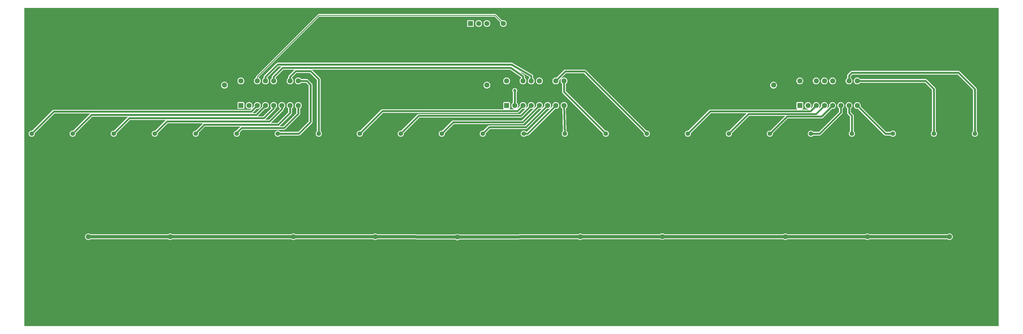
<source format=gbl>
G04 Layer: BottomLayer*
G04 EasyEDA v6.5.43, 2024-08-27 15:16:03*
G04 cb6e2e9fbd21486d88ae5690d2d3dc00,10*
G04 Gerber Generator version 0.2*
G04 Scale: 100 percent, Rotated: No, Reflected: No *
G04 Dimensions in millimeters *
G04 leading zeros omitted , absolute positions ,4 integer and 5 decimal *
%FSLAX45Y45*%
%MOMM*%

%ADD10C,0.6000*%
%ADD11C,1.0000*%
%ADD12C,0.2540*%
%ADD13C,1.6000*%
%ADD14R,1.6000X1.6000*%
%ADD15C,1.5748*%
%ADD16R,1.5748X1.5748*%
%ADD17C,1.4000*%
%ADD18C,0.9000*%
%ADD19C,0.0180*%

%LPD*%
G36*
X290068Y-2768092D02*
G01*
X286156Y-2767330D01*
X282905Y-2765094D01*
X280670Y-2761843D01*
X279908Y-2757932D01*
X279908Y7075931D01*
X280670Y7079843D01*
X282905Y7083094D01*
X286156Y7085330D01*
X290068Y7086092D01*
X30443932Y7086092D01*
X30447843Y7085330D01*
X30451094Y7083094D01*
X30453330Y7079843D01*
X30454092Y7075931D01*
X30454092Y-2757932D01*
X30453330Y-2761843D01*
X30451094Y-2765094D01*
X30447843Y-2767330D01*
X30443932Y-2768092D01*
G37*

%LPC*%
G36*
X13683589Y-113537D02*
G01*
X13697051Y-113080D01*
X13710361Y-110845D01*
X13723213Y-106832D01*
X13735456Y-101193D01*
X13746835Y-93929D01*
X13750544Y-90779D01*
X13753592Y-89001D01*
X13757046Y-88392D01*
X17427244Y-76149D01*
X17430445Y-76657D01*
X17433290Y-78130D01*
X17442688Y-85039D01*
X17454524Y-91490D01*
X17467072Y-96367D01*
X17480178Y-99466D01*
X17493589Y-100838D01*
X17507051Y-100380D01*
X17520361Y-98145D01*
X17533213Y-94132D01*
X17545456Y-88493D01*
X17556835Y-81229D01*
X17560391Y-78232D01*
X17563439Y-76454D01*
X17566894Y-75793D01*
X19967092Y-72390D01*
X19970292Y-72898D01*
X19973137Y-74371D01*
X19982688Y-81432D01*
X19994524Y-87884D01*
X20007122Y-92760D01*
X20020229Y-95859D01*
X20033640Y-97231D01*
X20047102Y-96774D01*
X20060361Y-94538D01*
X20073264Y-90525D01*
X20085456Y-84886D01*
X20096835Y-77622D01*
X20100188Y-74777D01*
X20103287Y-72999D01*
X20106792Y-72390D01*
X23776838Y-75844D01*
X23780038Y-76352D01*
X23782883Y-77825D01*
X23792637Y-85039D01*
X23804473Y-91490D01*
X23817072Y-96367D01*
X23830178Y-99466D01*
X23843589Y-100838D01*
X23857051Y-100380D01*
X23870310Y-98145D01*
X23883213Y-94132D01*
X23895405Y-88493D01*
X23906784Y-81229D01*
X23910239Y-78333D01*
X23913287Y-76504D01*
X23916792Y-75895D01*
X26316939Y-75895D01*
X26320089Y-76403D01*
X26322934Y-77876D01*
X26332637Y-85039D01*
X26344473Y-91490D01*
X26357072Y-96367D01*
X26370178Y-99466D01*
X26383589Y-100838D01*
X26397051Y-100380D01*
X26410310Y-98145D01*
X26423213Y-94132D01*
X26435405Y-88493D01*
X26446784Y-81229D01*
X26450239Y-78333D01*
X26453287Y-76504D01*
X26456792Y-75895D01*
X28860597Y-75895D01*
X28863747Y-76403D01*
X28866592Y-77876D01*
X28876294Y-85039D01*
X28888131Y-91490D01*
X28900729Y-96367D01*
X28913836Y-99466D01*
X28927247Y-100838D01*
X28940709Y-100380D01*
X28953968Y-98145D01*
X28966871Y-94132D01*
X28979063Y-88493D01*
X28990442Y-81229D01*
X29000754Y-72542D01*
X29009797Y-62534D01*
X29017417Y-51409D01*
X29023462Y-39370D01*
X29027882Y-26670D01*
X29030574Y-13462D01*
X29031488Y0D01*
X29030574Y13462D01*
X29027882Y26670D01*
X29023462Y39370D01*
X29017417Y51409D01*
X29009797Y62534D01*
X29000754Y72542D01*
X28990442Y81229D01*
X28979063Y88493D01*
X28966871Y94132D01*
X28953968Y98145D01*
X28940709Y100380D01*
X28927247Y100838D01*
X28913836Y99466D01*
X28900729Y96367D01*
X28888131Y91490D01*
X28876294Y85039D01*
X28866592Y77876D01*
X28863747Y76403D01*
X28860597Y75895D01*
X26456792Y75895D01*
X26453287Y76504D01*
X26450239Y78333D01*
X26446784Y81229D01*
X26435405Y88493D01*
X26423213Y94132D01*
X26410310Y98145D01*
X26397051Y100380D01*
X26383589Y100838D01*
X26370178Y99466D01*
X26357072Y96367D01*
X26344473Y91490D01*
X26332637Y85039D01*
X26322934Y77876D01*
X26320089Y76403D01*
X26316939Y75895D01*
X23916792Y75895D01*
X23913287Y76504D01*
X23910239Y78333D01*
X23906784Y81229D01*
X23895405Y88493D01*
X23883213Y94132D01*
X23870310Y98145D01*
X23857051Y100380D01*
X23843589Y100838D01*
X23830178Y99466D01*
X23817072Y96367D01*
X23804473Y91490D01*
X23792637Y85039D01*
X23783036Y77978D01*
X23780191Y76504D01*
X23776990Y75996D01*
X20106894Y79451D01*
X20103439Y80060D01*
X20100340Y81838D01*
X20096835Y84836D01*
X20085456Y92100D01*
X20073264Y97739D01*
X20060361Y101752D01*
X20047102Y103987D01*
X20033640Y104444D01*
X20020229Y103073D01*
X20007122Y99974D01*
X19994524Y95097D01*
X19982688Y88646D01*
X19972883Y81381D01*
X19970038Y79908D01*
X19966838Y79400D01*
X17566741Y75996D01*
X17563236Y76606D01*
X17560137Y78384D01*
X17556835Y81229D01*
X17545456Y88493D01*
X17533213Y94132D01*
X17520361Y98145D01*
X17507051Y100380D01*
X17493589Y100838D01*
X17480178Y99466D01*
X17467072Y96367D01*
X17454524Y91490D01*
X17442688Y85039D01*
X17432680Y77673D01*
X17429835Y76200D01*
X17426686Y75692D01*
X13756589Y63449D01*
X13753084Y64058D01*
X13749985Y65836D01*
X13746835Y68529D01*
X13735456Y75793D01*
X13723213Y81432D01*
X13710361Y85445D01*
X13697051Y87680D01*
X13683589Y88138D01*
X13670178Y86766D01*
X13657072Y83667D01*
X13644524Y78790D01*
X13632688Y72339D01*
X13623442Y65532D01*
X13620597Y64058D01*
X13617397Y63550D01*
X11217148Y75590D01*
X11213693Y76200D01*
X11210645Y77978D01*
X11206835Y81229D01*
X11195456Y88493D01*
X11183213Y94132D01*
X11170361Y98145D01*
X11157051Y100380D01*
X11143589Y100838D01*
X11130178Y99466D01*
X11117072Y96367D01*
X11104524Y91490D01*
X11092688Y85039D01*
X11082985Y77876D01*
X11080140Y76403D01*
X11076940Y75895D01*
X8680450Y75895D01*
X8676944Y76504D01*
X8673896Y78333D01*
X8670442Y81229D01*
X8659063Y88493D01*
X8646871Y94132D01*
X8633968Y98145D01*
X8620709Y100380D01*
X8607247Y100838D01*
X8593836Y99466D01*
X8580729Y96367D01*
X8568131Y91490D01*
X8556294Y85039D01*
X8546592Y77876D01*
X8543747Y76403D01*
X8540597Y75895D01*
X4866843Y75895D01*
X4863338Y76504D01*
X4860290Y78333D01*
X4856835Y81229D01*
X4845456Y88493D01*
X4833264Y94132D01*
X4820361Y98145D01*
X4807102Y100380D01*
X4793640Y100838D01*
X4780229Y99466D01*
X4767122Y96367D01*
X4754524Y91490D01*
X4742688Y85039D01*
X4732985Y77876D01*
X4730140Y76403D01*
X4726990Y75895D01*
X2330450Y75895D01*
X2326944Y76504D01*
X2323896Y78333D01*
X2320442Y81229D01*
X2309063Y88493D01*
X2296871Y94132D01*
X2283968Y98145D01*
X2270709Y100380D01*
X2257247Y100838D01*
X2243836Y99466D01*
X2230729Y96367D01*
X2218131Y91490D01*
X2206294Y85039D01*
X2195474Y77063D01*
X2185771Y67665D01*
X2177440Y57099D01*
X2170582Y45516D01*
X2165299Y33070D01*
X2161743Y20116D01*
X2159914Y6756D01*
X2159914Y-6756D01*
X2161743Y-20116D01*
X2165299Y-33070D01*
X2170582Y-45516D01*
X2177440Y-57099D01*
X2185771Y-67665D01*
X2195474Y-77063D01*
X2206294Y-85039D01*
X2218131Y-91490D01*
X2230729Y-96367D01*
X2243836Y-99466D01*
X2257247Y-100838D01*
X2270709Y-100380D01*
X2283968Y-98145D01*
X2296871Y-94132D01*
X2309063Y-88493D01*
X2320442Y-81229D01*
X2323896Y-78333D01*
X2326944Y-76504D01*
X2330450Y-75895D01*
X4726990Y-75895D01*
X4730140Y-76403D01*
X4732985Y-77876D01*
X4742688Y-85039D01*
X4754524Y-91490D01*
X4767122Y-96367D01*
X4780229Y-99466D01*
X4793640Y-100838D01*
X4807102Y-100380D01*
X4820361Y-98145D01*
X4833264Y-94132D01*
X4845456Y-88493D01*
X4856835Y-81229D01*
X4860290Y-78333D01*
X4863338Y-76504D01*
X4866843Y-75895D01*
X8540597Y-75895D01*
X8543747Y-76403D01*
X8546592Y-77876D01*
X8556294Y-85039D01*
X8568131Y-91490D01*
X8580729Y-96367D01*
X8593836Y-99466D01*
X8607247Y-100838D01*
X8620709Y-100380D01*
X8633968Y-98145D01*
X8646871Y-94132D01*
X8659063Y-88493D01*
X8670442Y-81229D01*
X8673896Y-78333D01*
X8676944Y-76504D01*
X8680450Y-75895D01*
X11076940Y-75895D01*
X11080140Y-76403D01*
X11082985Y-77876D01*
X11092688Y-85039D01*
X11104524Y-91490D01*
X11117072Y-96367D01*
X11130178Y-99466D01*
X11143589Y-100838D01*
X11157051Y-100380D01*
X11170361Y-98145D01*
X11183213Y-94132D01*
X11195456Y-88493D01*
X11206835Y-81229D01*
X11209883Y-78638D01*
X11212931Y-76860D01*
X11216487Y-76250D01*
X13616533Y-88239D01*
X13619683Y-88747D01*
X13622528Y-90220D01*
X13632688Y-97739D01*
X13644524Y-104190D01*
X13657072Y-109067D01*
X13670178Y-112166D01*
G37*
G36*
X17018000Y3096107D02*
G01*
X17031055Y3097022D01*
X17043857Y3099663D01*
X17056201Y3104083D01*
X17067834Y3110077D01*
X17078502Y3117646D01*
X17088053Y3126536D01*
X17096333Y3136696D01*
X17103140Y3147872D01*
X17108373Y3159912D01*
X17111878Y3172510D01*
X17113656Y3185464D01*
X17113656Y3198571D01*
X17111878Y3211525D01*
X17108373Y3224123D01*
X17103140Y3236112D01*
X17096333Y3247288D01*
X17088053Y3257448D01*
X17078502Y3266389D01*
X17075759Y3268319D01*
X17073524Y3270503D01*
X17072051Y3273247D01*
X17071492Y3276346D01*
X17051274Y3970426D01*
X17051731Y3973779D01*
X17053306Y3976827D01*
X17067428Y3989120D01*
X17076572Y3999534D01*
X17084243Y4011066D01*
X17090390Y4023512D01*
X17094860Y4036618D01*
X17097552Y4050182D01*
X17098467Y4064000D01*
X17097552Y4077817D01*
X17094860Y4091432D01*
X17090390Y4104538D01*
X17084243Y4116933D01*
X17076572Y4128465D01*
X17067428Y4138879D01*
X17057014Y4148023D01*
X17045482Y4155694D01*
X17033087Y4161840D01*
X17019981Y4166311D01*
X17006366Y4169003D01*
X16992549Y4169918D01*
X16978731Y4169003D01*
X16965168Y4166311D01*
X16952061Y4161840D01*
X16939615Y4155694D01*
X16928084Y4148023D01*
X16917670Y4138879D01*
X16908576Y4128465D01*
X16900855Y4116933D01*
X16894759Y4104538D01*
X16890288Y4091432D01*
X16887596Y4077817D01*
X16886682Y4064000D01*
X16887596Y4050182D01*
X16890288Y4036618D01*
X16894759Y4023512D01*
X16900855Y4011066D01*
X16908576Y3999534D01*
X16917670Y3989120D01*
X16928084Y3980027D01*
X16934992Y3975404D01*
X16937329Y3973220D01*
X16938904Y3970426D01*
X16939463Y3967276D01*
X16959681Y3273145D01*
X16958919Y3268979D01*
X16956481Y3265424D01*
X16947946Y3257448D01*
X16939666Y3247288D01*
X16932859Y3236112D01*
X16927677Y3224123D01*
X16924121Y3211525D01*
X16922343Y3198571D01*
X16922343Y3185464D01*
X16924121Y3172510D01*
X16927677Y3159912D01*
X16932859Y3147872D01*
X16939666Y3136696D01*
X16947946Y3126536D01*
X16957497Y3117646D01*
X16968165Y3110077D01*
X16979798Y3104083D01*
X16992142Y3099663D01*
X17004944Y3097022D01*
G37*
G36*
X25907949Y3096107D02*
G01*
X25921004Y3097022D01*
X25933806Y3099663D01*
X25946150Y3104032D01*
X25957784Y3110077D01*
X25968452Y3117646D01*
X25978002Y3126536D01*
X25986282Y3136696D01*
X25993090Y3147872D01*
X25998322Y3159912D01*
X26001827Y3172510D01*
X26003605Y3185464D01*
X26003605Y3198520D01*
X26001827Y3211525D01*
X25998322Y3224123D01*
X25993090Y3236112D01*
X25986282Y3247288D01*
X25978002Y3257448D01*
X25965912Y3268827D01*
X25964438Y3271672D01*
X25963930Y3274872D01*
X25963930Y3746296D01*
X25963676Y3751376D01*
X25963067Y3756202D01*
X25962000Y3760978D01*
X25960527Y3765600D01*
X25958647Y3770122D01*
X25956412Y3774440D01*
X25953770Y3778554D01*
X25950824Y3782415D01*
X25947370Y3786174D01*
X25877977Y3855567D01*
X25875792Y3858869D01*
X25875030Y3862781D01*
X25875030Y3968902D01*
X25875538Y3972153D01*
X25877113Y3975100D01*
X25879501Y3977335D01*
X25883514Y3980027D01*
X25893928Y3989120D01*
X25903072Y3999534D01*
X25910743Y4011066D01*
X25916890Y4023512D01*
X25921360Y4036618D01*
X25924052Y4050182D01*
X25924967Y4064000D01*
X25924052Y4077817D01*
X25921360Y4091432D01*
X25916890Y4104538D01*
X25910743Y4116984D01*
X25903072Y4128465D01*
X25893928Y4138879D01*
X25883514Y4148023D01*
X25871982Y4155694D01*
X25859587Y4161840D01*
X25846481Y4166311D01*
X25832866Y4169003D01*
X25819049Y4169918D01*
X25805231Y4169003D01*
X25791668Y4166311D01*
X25778561Y4161840D01*
X25766115Y4155694D01*
X25754584Y4148023D01*
X25744170Y4138879D01*
X25735076Y4128465D01*
X25727355Y4116984D01*
X25721259Y4104538D01*
X25716788Y4091432D01*
X25714096Y4077817D01*
X25713182Y4064000D01*
X25714096Y4050182D01*
X25716788Y4036618D01*
X25721259Y4023512D01*
X25727355Y4011066D01*
X25735076Y3999534D01*
X25744170Y3989120D01*
X25754584Y3980027D01*
X25758698Y3977284D01*
X25761086Y3975049D01*
X25762661Y3972102D01*
X25763169Y3968851D01*
X25763169Y3835603D01*
X25763423Y3830523D01*
X25764032Y3825697D01*
X25765099Y3820922D01*
X25766572Y3816299D01*
X25768452Y3811778D01*
X25770687Y3807460D01*
X25773329Y3803345D01*
X25776275Y3799484D01*
X25779730Y3795725D01*
X25849122Y3726332D01*
X25851307Y3723030D01*
X25852069Y3719118D01*
X25852069Y3274923D01*
X25851561Y3271723D01*
X25850088Y3268878D01*
X25837896Y3257448D01*
X25829615Y3247288D01*
X25822808Y3236112D01*
X25817626Y3224123D01*
X25814070Y3211525D01*
X25812292Y3198520D01*
X25812292Y3185464D01*
X25814070Y3172510D01*
X25817626Y3159912D01*
X25822808Y3147872D01*
X25829615Y3136696D01*
X25837896Y3126536D01*
X25847446Y3117646D01*
X25858114Y3110077D01*
X25869747Y3104032D01*
X25882092Y3099663D01*
X25894893Y3097022D01*
G37*
G36*
X24638000Y3096107D02*
G01*
X24651055Y3097022D01*
X24663857Y3099663D01*
X24676201Y3104032D01*
X24687834Y3110077D01*
X24698502Y3117646D01*
X24708053Y3126536D01*
X24712777Y3132328D01*
X24716282Y3135122D01*
X24720651Y3136087D01*
X24908764Y3136087D01*
X24913844Y3136290D01*
X24918720Y3136950D01*
X24923445Y3138017D01*
X24928118Y3139440D01*
X24932640Y3141319D01*
X24936958Y3143605D01*
X24941072Y3146196D01*
X24944933Y3149193D01*
X24948692Y3152597D01*
X25604470Y3808425D01*
X25607924Y3812184D01*
X25610870Y3816045D01*
X25613512Y3820160D01*
X25615747Y3824478D01*
X25617627Y3828999D01*
X25619100Y3833622D01*
X25620167Y3838397D01*
X25620776Y3843223D01*
X25621030Y3848303D01*
X25621030Y3968902D01*
X25621538Y3972153D01*
X25623113Y3975100D01*
X25625501Y3977335D01*
X25629514Y3980027D01*
X25639928Y3989120D01*
X25649072Y3999534D01*
X25656743Y4011066D01*
X25662890Y4023512D01*
X25667360Y4036618D01*
X25670052Y4050182D01*
X25670967Y4064000D01*
X25670052Y4077817D01*
X25667360Y4091432D01*
X25662890Y4104538D01*
X25656743Y4116984D01*
X25649072Y4128465D01*
X25639928Y4138879D01*
X25629514Y4148023D01*
X25617982Y4155694D01*
X25605587Y4161840D01*
X25592481Y4166311D01*
X25578866Y4169003D01*
X25565049Y4169918D01*
X25551231Y4169003D01*
X25537668Y4166311D01*
X25524561Y4161840D01*
X25512115Y4155694D01*
X25500584Y4148023D01*
X25490170Y4138879D01*
X25481076Y4128465D01*
X25473355Y4116984D01*
X25467259Y4104538D01*
X25462788Y4091432D01*
X25460096Y4077817D01*
X25459182Y4064000D01*
X25460096Y4050182D01*
X25462788Y4036618D01*
X25467259Y4023512D01*
X25473355Y4011066D01*
X25481076Y3999534D01*
X25490170Y3989120D01*
X25500584Y3980027D01*
X25504698Y3977284D01*
X25507086Y3975049D01*
X25508661Y3972102D01*
X25509169Y3968851D01*
X25509169Y3875481D01*
X25508407Y3871569D01*
X25506222Y3868267D01*
X24888799Y3250895D01*
X24885497Y3248660D01*
X24881636Y3247898D01*
X24720651Y3247898D01*
X24716333Y3248863D01*
X24712777Y3251657D01*
X24708053Y3257448D01*
X24698502Y3266389D01*
X24687834Y3273907D01*
X24676201Y3279952D01*
X24663857Y3284321D01*
X24651055Y3287014D01*
X24638000Y3287877D01*
X24624944Y3287014D01*
X24612142Y3284321D01*
X24599798Y3279952D01*
X24588165Y3273907D01*
X24577497Y3266389D01*
X24567946Y3257448D01*
X24559666Y3247288D01*
X24552859Y3236112D01*
X24547677Y3224123D01*
X24544121Y3211525D01*
X24542343Y3198520D01*
X24542343Y3185464D01*
X24544121Y3172510D01*
X24547677Y3159912D01*
X24552859Y3147872D01*
X24559666Y3136696D01*
X24567946Y3126536D01*
X24577497Y3117646D01*
X24588165Y3110077D01*
X24599798Y3104032D01*
X24612142Y3099663D01*
X24624944Y3097022D01*
G37*
G36*
X27177949Y3096107D02*
G01*
X27191004Y3097022D01*
X27203806Y3099663D01*
X27216150Y3104032D01*
X27227784Y3110077D01*
X27238452Y3117646D01*
X27248002Y3126536D01*
X27256282Y3136696D01*
X27263089Y3147872D01*
X27268271Y3159912D01*
X27271827Y3172510D01*
X27273605Y3185464D01*
X27273605Y3198520D01*
X27271827Y3211525D01*
X27268271Y3224123D01*
X27263089Y3236112D01*
X27256282Y3247288D01*
X27248002Y3257448D01*
X27238452Y3266389D01*
X27227784Y3273907D01*
X27216150Y3279952D01*
X27203806Y3284321D01*
X27191004Y3287014D01*
X27177949Y3287877D01*
X27164893Y3287014D01*
X27152092Y3284321D01*
X27139747Y3279952D01*
X27128114Y3273907D01*
X27117446Y3266389D01*
X27107896Y3257448D01*
X27103171Y3251657D01*
X27099615Y3248863D01*
X27095297Y3247898D01*
X26972463Y3247898D01*
X26968602Y3248660D01*
X26965300Y3250895D01*
X26179881Y4036263D01*
X26177951Y4038955D01*
X26176986Y4042156D01*
X26177087Y4045458D01*
X26178052Y4050182D01*
X26178967Y4064000D01*
X26178052Y4077817D01*
X26175360Y4091432D01*
X26170889Y4104538D01*
X26164743Y4116984D01*
X26157072Y4128465D01*
X26147928Y4138879D01*
X26137514Y4148023D01*
X26125982Y4155694D01*
X26113587Y4161840D01*
X26100481Y4166311D01*
X26086866Y4169003D01*
X26073049Y4169918D01*
X26059231Y4169003D01*
X26045668Y4166311D01*
X26032561Y4161840D01*
X26020115Y4155694D01*
X26008584Y4148023D01*
X25998170Y4138879D01*
X25989076Y4128465D01*
X25981355Y4116984D01*
X25975259Y4104538D01*
X25970788Y4091432D01*
X25968096Y4077817D01*
X25967182Y4064000D01*
X25968096Y4050182D01*
X25970788Y4036618D01*
X25975259Y4023512D01*
X25981355Y4011066D01*
X25989076Y3999534D01*
X25998170Y3989120D01*
X26008584Y3980027D01*
X26020115Y3972306D01*
X26032561Y3966210D01*
X26045668Y3961739D01*
X26059231Y3959047D01*
X26073049Y3958132D01*
X26086866Y3959047D01*
X26091642Y3960012D01*
X26094943Y3960114D01*
X26098144Y3959148D01*
X26100836Y3957218D01*
X26905407Y3152597D01*
X26909166Y3149193D01*
X26913027Y3146196D01*
X26917142Y3143605D01*
X26921460Y3141319D01*
X26925981Y3139440D01*
X26930654Y3138017D01*
X26935379Y3136950D01*
X26940256Y3136290D01*
X26945336Y3136087D01*
X27095297Y3136087D01*
X27099666Y3135122D01*
X27103171Y3132328D01*
X27107896Y3126536D01*
X27117446Y3117646D01*
X27128114Y3110077D01*
X27139747Y3104032D01*
X27152092Y3099663D01*
X27164893Y3097022D01*
G37*
G36*
X8128000Y3096107D02*
G01*
X8141055Y3097022D01*
X8153857Y3099663D01*
X8166201Y3104032D01*
X8177784Y3110077D01*
X8188502Y3117646D01*
X8198053Y3126536D01*
X8202777Y3132378D01*
X8206282Y3135122D01*
X8210651Y3136087D01*
X8779814Y3136087D01*
X8784894Y3136341D01*
X8789720Y3136950D01*
X8794496Y3138017D01*
X8799118Y3139490D01*
X8803640Y3141370D01*
X8807958Y3143605D01*
X8812072Y3146247D01*
X8815933Y3149193D01*
X8819692Y3152648D01*
X9183370Y3516325D01*
X9186824Y3520084D01*
X9189770Y3523945D01*
X9192412Y3528060D01*
X9194647Y3532378D01*
X9196527Y3536899D01*
X9198000Y3541522D01*
X9199067Y3546297D01*
X9199676Y3551123D01*
X9199930Y3556203D01*
X9199880Y4700574D01*
X9198660Y4710582D01*
X9195816Y4719929D01*
X9191396Y4728616D01*
X9185249Y4736744D01*
X9071559Y4863084D01*
X9064091Y4869992D01*
X9055963Y4875326D01*
X9046972Y4879136D01*
X9037421Y4881321D01*
X9029344Y4881930D01*
X8858097Y4881930D01*
X8854846Y4882438D01*
X8851950Y4884013D01*
X8849664Y4886401D01*
X8846972Y4890465D01*
X8837828Y4900879D01*
X8827414Y4910023D01*
X8815882Y4917694D01*
X8803487Y4923840D01*
X8790381Y4928311D01*
X8776766Y4931003D01*
X8762949Y4931918D01*
X8749131Y4931003D01*
X8735568Y4928311D01*
X8722461Y4923840D01*
X8710015Y4917694D01*
X8698484Y4910023D01*
X8688070Y4900879D01*
X8678976Y4890465D01*
X8671255Y4878933D01*
X8665159Y4866538D01*
X8660688Y4853432D01*
X8657996Y4839817D01*
X8657082Y4826000D01*
X8657996Y4812182D01*
X8660688Y4798618D01*
X8665159Y4785512D01*
X8671255Y4773066D01*
X8678976Y4761534D01*
X8688070Y4751120D01*
X8698484Y4742027D01*
X8710015Y4734306D01*
X8722461Y4728159D01*
X8735568Y4723739D01*
X8749131Y4721047D01*
X8762949Y4720132D01*
X8776766Y4721047D01*
X8790381Y4723739D01*
X8803487Y4728159D01*
X8815882Y4734306D01*
X8827414Y4742027D01*
X8837828Y4751120D01*
X8846972Y4761534D01*
X8849664Y4765598D01*
X8851900Y4767986D01*
X8854846Y4769561D01*
X8858097Y4770069D01*
X9000286Y4770069D01*
X9004401Y4769205D01*
X9007805Y4766716D01*
X9085478Y4680458D01*
X9087408Y4677308D01*
X9088069Y4673650D01*
X9088069Y3583381D01*
X9087307Y3579469D01*
X9085122Y3576167D01*
X8759850Y3250895D01*
X8756548Y3248710D01*
X8752636Y3247948D01*
X8210651Y3247948D01*
X8206282Y3248914D01*
X8202777Y3251657D01*
X8198053Y3257448D01*
X8188502Y3266389D01*
X8177784Y3273907D01*
X8166201Y3279952D01*
X8153857Y3284321D01*
X8141055Y3287014D01*
X8128000Y3287877D01*
X8114944Y3287014D01*
X8102092Y3284321D01*
X8089798Y3279952D01*
X8078165Y3273907D01*
X8067497Y3266389D01*
X8057896Y3257448D01*
X8049666Y3247288D01*
X8042859Y3236112D01*
X8037626Y3224123D01*
X8034121Y3211525D01*
X8032343Y3198520D01*
X8032343Y3185464D01*
X8034121Y3172510D01*
X8037626Y3159912D01*
X8042859Y3147872D01*
X8049666Y3136696D01*
X8057896Y3126536D01*
X8067497Y3117646D01*
X8078165Y3110077D01*
X8089798Y3104032D01*
X8102092Y3099663D01*
X8114944Y3097022D01*
G37*
G36*
X28447949Y3096107D02*
G01*
X28461004Y3097022D01*
X28473806Y3099663D01*
X28486150Y3104032D01*
X28497784Y3110077D01*
X28508452Y3117596D01*
X28518002Y3126536D01*
X28526282Y3136696D01*
X28533089Y3147872D01*
X28538271Y3159861D01*
X28541827Y3172510D01*
X28543605Y3185464D01*
X28543605Y3198520D01*
X28541827Y3211525D01*
X28538271Y3224123D01*
X28533089Y3236112D01*
X28526282Y3247288D01*
X28518002Y3257448D01*
X28505912Y3268776D01*
X28504438Y3271672D01*
X28503930Y3274872D01*
X28503930Y4571796D01*
X28503676Y4576876D01*
X28503067Y4581702D01*
X28502000Y4586478D01*
X28500527Y4591100D01*
X28498647Y4595622D01*
X28496412Y4599940D01*
X28493770Y4604054D01*
X28490824Y4607915D01*
X28487370Y4611674D01*
X28233674Y4865370D01*
X28229915Y4868824D01*
X28226054Y4871770D01*
X28221939Y4874412D01*
X28217622Y4876647D01*
X28213100Y4878527D01*
X28208477Y4880000D01*
X28203702Y4881067D01*
X28198876Y4881676D01*
X28193796Y4881930D01*
X26168248Y4881930D01*
X26164946Y4882438D01*
X26162050Y4884013D01*
X26159764Y4886401D01*
X26157072Y4890465D01*
X26147928Y4900879D01*
X26137514Y4910023D01*
X26125982Y4917694D01*
X26113587Y4923840D01*
X26100481Y4928311D01*
X26086866Y4931003D01*
X26073049Y4931918D01*
X26059231Y4931003D01*
X26045668Y4928311D01*
X26032561Y4923840D01*
X26020115Y4917694D01*
X26008584Y4910023D01*
X25998170Y4900879D01*
X25989076Y4890465D01*
X25981355Y4878984D01*
X25975259Y4866538D01*
X25970788Y4853432D01*
X25968096Y4839817D01*
X25967182Y4826000D01*
X25968096Y4812182D01*
X25970788Y4798618D01*
X25975259Y4785512D01*
X25981355Y4773066D01*
X25989076Y4761534D01*
X25998170Y4751120D01*
X26008584Y4742027D01*
X26020115Y4734306D01*
X26032561Y4728210D01*
X26045668Y4723739D01*
X26059231Y4721047D01*
X26073049Y4720132D01*
X26086866Y4721047D01*
X26100481Y4723739D01*
X26113587Y4728210D01*
X26125982Y4734306D01*
X26137514Y4742027D01*
X26147928Y4751120D01*
X26157072Y4761534D01*
X26159764Y4765598D01*
X26162000Y4767986D01*
X26164946Y4769561D01*
X26168197Y4770069D01*
X28166618Y4770069D01*
X28170530Y4769307D01*
X28173832Y4767122D01*
X28389122Y4551832D01*
X28391307Y4548530D01*
X28392069Y4544618D01*
X28392069Y3274923D01*
X28391561Y3271723D01*
X28390088Y3268878D01*
X28377845Y3257448D01*
X28369615Y3247288D01*
X28362808Y3236112D01*
X28357576Y3224123D01*
X28354070Y3211525D01*
X28352292Y3198520D01*
X28352292Y3185464D01*
X28354070Y3172510D01*
X28357576Y3159861D01*
X28362808Y3147872D01*
X28369615Y3136696D01*
X28377845Y3126536D01*
X28387446Y3117596D01*
X28398114Y3110077D01*
X28409747Y3104032D01*
X28422092Y3099663D01*
X28434893Y3097022D01*
G37*
G36*
X20828000Y3096107D02*
G01*
X20841055Y3097022D01*
X20853857Y3099663D01*
X20866201Y3104032D01*
X20877834Y3110077D01*
X20888502Y3117646D01*
X20898053Y3126536D01*
X20906333Y3136696D01*
X20913140Y3147872D01*
X20918373Y3159912D01*
X20921878Y3172510D01*
X20923656Y3185464D01*
X20923656Y3198520D01*
X20923148Y3202381D01*
X20923199Y3205480D01*
X20924164Y3208426D01*
X20925993Y3210966D01*
X21539149Y3824071D01*
X21542451Y3826306D01*
X21546362Y3827068D01*
X22629469Y3827068D01*
X22633381Y3826306D01*
X22636683Y3824071D01*
X22638867Y3820769D01*
X22639629Y3816908D01*
X22638867Y3812997D01*
X22636683Y3809746D01*
X22116999Y3290062D01*
X22113392Y3287725D01*
X22109125Y3287115D01*
X22098000Y3287877D01*
X22084944Y3287014D01*
X22072142Y3284321D01*
X22059798Y3279952D01*
X22048165Y3273907D01*
X22037497Y3266389D01*
X22027946Y3257448D01*
X22019666Y3247288D01*
X22012859Y3236112D01*
X22007677Y3224123D01*
X22004121Y3211525D01*
X22002343Y3198520D01*
X22002343Y3185464D01*
X22004121Y3172510D01*
X22007677Y3159912D01*
X22012859Y3147872D01*
X22019666Y3136696D01*
X22027946Y3126536D01*
X22037497Y3117646D01*
X22048165Y3110077D01*
X22059798Y3104032D01*
X22072142Y3099663D01*
X22084944Y3097022D01*
X22098000Y3096107D01*
X22111055Y3097022D01*
X22123857Y3099663D01*
X22136201Y3104032D01*
X22147834Y3110077D01*
X22158502Y3117646D01*
X22168053Y3126536D01*
X22176333Y3136696D01*
X22183140Y3147872D01*
X22188373Y3159912D01*
X22191878Y3172510D01*
X22193656Y3185464D01*
X22193656Y3198520D01*
X22193148Y3202381D01*
X22193199Y3205480D01*
X22194164Y3208426D01*
X22195993Y3210966D01*
X22727564Y3742486D01*
X22730866Y3744722D01*
X22734778Y3745484D01*
X23822202Y3745484D01*
X23826063Y3744722D01*
X23829365Y3742486D01*
X23831550Y3739184D01*
X23832362Y3735324D01*
X23831550Y3731412D01*
X23829365Y3728161D01*
X23390860Y3289655D01*
X23388167Y3287674D01*
X23384967Y3286760D01*
X23368000Y3287877D01*
X23354944Y3287014D01*
X23342142Y3284321D01*
X23329798Y3279952D01*
X23318165Y3273907D01*
X23307497Y3266389D01*
X23297946Y3257448D01*
X23289666Y3247288D01*
X23282859Y3236112D01*
X23277677Y3224123D01*
X23274121Y3211525D01*
X23272343Y3198520D01*
X23272343Y3185464D01*
X23274121Y3172510D01*
X23277677Y3159912D01*
X23282859Y3147872D01*
X23289666Y3136696D01*
X23297946Y3126536D01*
X23307497Y3117646D01*
X23318165Y3110077D01*
X23329798Y3104032D01*
X23342142Y3099663D01*
X23354944Y3097022D01*
X23368000Y3096107D01*
X23381055Y3097022D01*
X23393857Y3099663D01*
X23406201Y3104032D01*
X23417834Y3110077D01*
X23428502Y3117646D01*
X23438053Y3126536D01*
X23446333Y3136696D01*
X23453140Y3147872D01*
X23458373Y3159912D01*
X23461878Y3172510D01*
X23463656Y3185464D01*
X23463707Y3201720D01*
X23464672Y3204667D01*
X23466552Y3207156D01*
X23921567Y3662222D01*
X23924869Y3664407D01*
X23928781Y3665169D01*
X24967996Y3665169D01*
X24973076Y3665423D01*
X24977902Y3666032D01*
X24982678Y3667099D01*
X24987300Y3668572D01*
X24991822Y3670452D01*
X24996140Y3672687D01*
X25000254Y3675329D01*
X25004115Y3678275D01*
X25007874Y3681729D01*
X25283363Y3957218D01*
X25286055Y3959098D01*
X25289205Y3960063D01*
X25292507Y3959961D01*
X25297231Y3959047D01*
X25311049Y3958132D01*
X25324866Y3959047D01*
X25338481Y3961739D01*
X25351587Y3966210D01*
X25363982Y3972306D01*
X25375514Y3980027D01*
X25385928Y3989120D01*
X25395072Y3999534D01*
X25402743Y4011066D01*
X25408890Y4023512D01*
X25413360Y4036618D01*
X25416052Y4050182D01*
X25416967Y4064000D01*
X25416052Y4077817D01*
X25413360Y4091432D01*
X25408890Y4104538D01*
X25402743Y4116984D01*
X25395072Y4128465D01*
X25385928Y4138879D01*
X25375514Y4148023D01*
X25363982Y4155694D01*
X25351587Y4161840D01*
X25338481Y4166311D01*
X25324866Y4169003D01*
X25311049Y4169918D01*
X25297231Y4169003D01*
X25283668Y4166311D01*
X25270561Y4161840D01*
X25258115Y4155694D01*
X25246584Y4148023D01*
X25236170Y4138879D01*
X25227076Y4128465D01*
X25219355Y4116984D01*
X25213259Y4104538D01*
X25208788Y4091432D01*
X25206096Y4077817D01*
X25205182Y4064000D01*
X25206096Y4050182D01*
X25207061Y4045407D01*
X25207163Y4042105D01*
X25206198Y4038904D01*
X25204267Y4036212D01*
X25160579Y3992575D01*
X25157023Y3990238D01*
X25152858Y3989628D01*
X25148743Y3990746D01*
X25145492Y3993438D01*
X25143561Y3997198D01*
X25143409Y4001465D01*
X25144984Y4005376D01*
X25148743Y4011066D01*
X25154890Y4023512D01*
X25159360Y4036618D01*
X25162052Y4050182D01*
X25162967Y4064000D01*
X25162052Y4077817D01*
X25159360Y4091432D01*
X25154890Y4104538D01*
X25148743Y4116984D01*
X25141072Y4128465D01*
X25131928Y4138879D01*
X25121514Y4148023D01*
X25109982Y4155694D01*
X25097587Y4161840D01*
X25084481Y4166311D01*
X25070866Y4169003D01*
X25057049Y4169918D01*
X25043231Y4169003D01*
X25029668Y4166311D01*
X25016561Y4161840D01*
X25004115Y4155694D01*
X24992584Y4148023D01*
X24982170Y4138879D01*
X24973076Y4128465D01*
X24965355Y4116984D01*
X24959259Y4104538D01*
X24954788Y4091432D01*
X24952096Y4077817D01*
X24951182Y4064000D01*
X24952096Y4050182D01*
X24953061Y4045407D01*
X24953163Y4042105D01*
X24952198Y4038904D01*
X24950267Y4036212D01*
X24906579Y3992575D01*
X24903023Y3990238D01*
X24898858Y3989628D01*
X24894743Y3990746D01*
X24891492Y3993438D01*
X24889561Y3997198D01*
X24889409Y4001465D01*
X24890984Y4005376D01*
X24894743Y4011066D01*
X24900890Y4023512D01*
X24905360Y4036618D01*
X24908052Y4050182D01*
X24908967Y4064000D01*
X24908052Y4077817D01*
X24905360Y4091432D01*
X24900890Y4104538D01*
X24894743Y4116984D01*
X24887072Y4128465D01*
X24877928Y4138879D01*
X24867514Y4148023D01*
X24855982Y4155694D01*
X24843587Y4161840D01*
X24830481Y4166311D01*
X24816866Y4169003D01*
X24803049Y4169918D01*
X24789231Y4169003D01*
X24775668Y4166311D01*
X24762561Y4161840D01*
X24750115Y4155694D01*
X24738584Y4148023D01*
X24728170Y4138879D01*
X24719076Y4128465D01*
X24711355Y4116984D01*
X24705259Y4104538D01*
X24700788Y4091432D01*
X24698096Y4077817D01*
X24697182Y4064000D01*
X24698096Y4050182D01*
X24699061Y4045407D01*
X24699163Y4042105D01*
X24698198Y4038904D01*
X24696267Y4036212D01*
X24652579Y3992575D01*
X24649023Y3990238D01*
X24644858Y3989628D01*
X24640743Y3990746D01*
X24637492Y3993438D01*
X24635561Y3997198D01*
X24635409Y4001465D01*
X24636984Y4005376D01*
X24640743Y4011066D01*
X24646890Y4023512D01*
X24651360Y4036618D01*
X24654052Y4050182D01*
X24654967Y4064000D01*
X24654052Y4077817D01*
X24651360Y4091432D01*
X24646890Y4104538D01*
X24640743Y4116984D01*
X24633072Y4128465D01*
X24623928Y4138879D01*
X24613514Y4148023D01*
X24601982Y4155694D01*
X24589587Y4161840D01*
X24576481Y4166311D01*
X24562866Y4169003D01*
X24549049Y4169918D01*
X24535231Y4169003D01*
X24521668Y4166311D01*
X24508561Y4161840D01*
X24496115Y4155694D01*
X24484584Y4148023D01*
X24474170Y4138879D01*
X24465076Y4128465D01*
X24457355Y4116984D01*
X24451259Y4104538D01*
X24446788Y4091432D01*
X24444096Y4077817D01*
X24443182Y4064000D01*
X24444096Y4050182D01*
X24446788Y4036618D01*
X24451259Y4023512D01*
X24457355Y4011066D01*
X24465076Y3999534D01*
X24474170Y3989120D01*
X24484584Y3980027D01*
X24496115Y3972306D01*
X24508561Y3966210D01*
X24521668Y3961739D01*
X24535384Y3958996D01*
X24539295Y3957320D01*
X24542191Y3954221D01*
X24543512Y3950157D01*
X24543105Y3945940D01*
X24540972Y3942283D01*
X24537568Y3939743D01*
X24533402Y3938879D01*
X24383695Y3938879D01*
X24379732Y3939692D01*
X24376380Y3941978D01*
X24374246Y3945382D01*
X24373535Y3949344D01*
X24374500Y3953306D01*
X24376888Y3956558D01*
X24380342Y3958640D01*
X24386286Y3960723D01*
X24391213Y3963822D01*
X24395277Y3967886D01*
X24398376Y3972814D01*
X24400306Y3978249D01*
X24401018Y3984548D01*
X24401018Y4143451D01*
X24400306Y4149750D01*
X24398376Y4155236D01*
X24395277Y4160113D01*
X24391213Y4164228D01*
X24386286Y4167276D01*
X24380850Y4169206D01*
X24374500Y4169918D01*
X24215648Y4169918D01*
X24209349Y4169206D01*
X24203863Y4167276D01*
X24198986Y4164228D01*
X24194871Y4160113D01*
X24191823Y4155236D01*
X24189893Y4149750D01*
X24189182Y4143451D01*
X24189182Y3984548D01*
X24189893Y3978249D01*
X24191823Y3972814D01*
X24194871Y3967886D01*
X24198986Y3963822D01*
X24203863Y3960723D01*
X24209857Y3958640D01*
X24213312Y3956558D01*
X24215699Y3953306D01*
X24216664Y3949344D01*
X24215953Y3945382D01*
X24213769Y3941978D01*
X24210467Y3939692D01*
X24206504Y3938879D01*
X21519184Y3938879D01*
X21514104Y3938676D01*
X21509278Y3938015D01*
X21504503Y3936949D01*
X21499880Y3935476D01*
X21495359Y3933647D01*
X21491041Y3931361D01*
X21486926Y3928770D01*
X21483066Y3925773D01*
X21479306Y3922369D01*
X20846999Y3290062D01*
X20843392Y3287725D01*
X20839125Y3287115D01*
X20828000Y3287877D01*
X20814944Y3287014D01*
X20802142Y3284321D01*
X20789798Y3279952D01*
X20778165Y3273907D01*
X20767497Y3266389D01*
X20757946Y3257448D01*
X20749666Y3247288D01*
X20742859Y3236112D01*
X20737677Y3224123D01*
X20734121Y3211525D01*
X20732343Y3198520D01*
X20732343Y3185464D01*
X20734121Y3172510D01*
X20737677Y3159912D01*
X20742859Y3147872D01*
X20749666Y3136696D01*
X20757946Y3126536D01*
X20767497Y3117646D01*
X20778165Y3110077D01*
X20789798Y3104032D01*
X20802142Y3099663D01*
X20814944Y3097022D01*
G37*
G36*
X18288000Y3096107D02*
G01*
X18301055Y3097022D01*
X18313857Y3099663D01*
X18326201Y3104083D01*
X18337834Y3110077D01*
X18348502Y3117646D01*
X18358053Y3126536D01*
X18366333Y3136696D01*
X18373140Y3147872D01*
X18378373Y3159912D01*
X18381878Y3172510D01*
X18383656Y3185464D01*
X18383656Y3198571D01*
X18381878Y3211525D01*
X18378373Y3224123D01*
X18373140Y3236112D01*
X18366333Y3247288D01*
X18358053Y3257448D01*
X18348502Y3266389D01*
X18337834Y3273907D01*
X18326201Y3279952D01*
X18313857Y3284321D01*
X18301055Y3287014D01*
X18288000Y3287877D01*
X18276874Y3287115D01*
X18272607Y3287725D01*
X18269000Y3290062D01*
X17051477Y4507585D01*
X17049292Y4510887D01*
X17048530Y4514748D01*
X17048530Y4730902D01*
X17049038Y4734153D01*
X17050613Y4737049D01*
X17053001Y4739335D01*
X17057014Y4742027D01*
X17067428Y4751120D01*
X17076572Y4761534D01*
X17084243Y4773066D01*
X17090390Y4785512D01*
X17094860Y4798618D01*
X17097552Y4812182D01*
X17098467Y4826000D01*
X17097552Y4839817D01*
X17094860Y4853432D01*
X17090390Y4866538D01*
X17084243Y4878933D01*
X17076572Y4890465D01*
X17067428Y4900879D01*
X17057014Y4910023D01*
X17045482Y4917694D01*
X17033087Y4923840D01*
X17019981Y4928311D01*
X17006366Y4931003D01*
X16992549Y4931918D01*
X16978731Y4931003D01*
X16965168Y4928311D01*
X16952061Y4923840D01*
X16939615Y4917694D01*
X16934230Y4914138D01*
X16930319Y4912563D01*
X16926052Y4912715D01*
X16922242Y4914595D01*
X16919549Y4917897D01*
X16918432Y4922012D01*
X16919092Y4926177D01*
X16921429Y4929733D01*
X17050867Y5059222D01*
X17054169Y5061407D01*
X17058081Y5062169D01*
X17604536Y5062169D01*
X17608397Y5061407D01*
X17611699Y5059222D01*
X19460006Y3210966D01*
X19461835Y3208426D01*
X19462800Y3205480D01*
X19462851Y3202381D01*
X19462343Y3198520D01*
X19462343Y3185464D01*
X19464121Y3172510D01*
X19467677Y3159912D01*
X19472859Y3147872D01*
X19479666Y3136696D01*
X19487946Y3126536D01*
X19497497Y3117646D01*
X19508165Y3110077D01*
X19519798Y3104032D01*
X19532142Y3099663D01*
X19544944Y3097022D01*
X19558000Y3096107D01*
X19571055Y3097022D01*
X19583857Y3099663D01*
X19596201Y3104032D01*
X19607834Y3110077D01*
X19618502Y3117646D01*
X19628053Y3126536D01*
X19636333Y3136696D01*
X19643140Y3147872D01*
X19648373Y3159912D01*
X19651878Y3172510D01*
X19653656Y3185464D01*
X19653656Y3198520D01*
X19651878Y3211525D01*
X19648373Y3224123D01*
X19643140Y3236112D01*
X19636333Y3247288D01*
X19628053Y3257448D01*
X19618502Y3266389D01*
X19607834Y3273907D01*
X19596201Y3279952D01*
X19583857Y3284321D01*
X19571055Y3287014D01*
X19558000Y3287877D01*
X19546874Y3287115D01*
X19542607Y3287725D01*
X19539000Y3290062D01*
X17671592Y5157470D01*
X17667833Y5160924D01*
X17663972Y5163870D01*
X17659858Y5166512D01*
X17655540Y5168747D01*
X17651018Y5170627D01*
X17646345Y5172100D01*
X17641620Y5173167D01*
X17636744Y5173776D01*
X17631664Y5174030D01*
X17030903Y5174030D01*
X17025823Y5173776D01*
X17020997Y5173167D01*
X17016222Y5172100D01*
X17011599Y5170627D01*
X17007078Y5168747D01*
X17002760Y5166512D01*
X16998645Y5163870D01*
X16994784Y5160924D01*
X16991025Y5157470D01*
X16766336Y4932832D01*
X16763644Y4930902D01*
X16760494Y4929936D01*
X16757192Y4930038D01*
X16752366Y4931003D01*
X16738549Y4931918D01*
X16724731Y4931003D01*
X16711168Y4928311D01*
X16698061Y4923840D01*
X16685615Y4917694D01*
X16674084Y4910023D01*
X16663669Y4900879D01*
X16654576Y4890465D01*
X16646855Y4878933D01*
X16640759Y4866538D01*
X16636288Y4853432D01*
X16633596Y4839817D01*
X16632682Y4826000D01*
X16633596Y4812182D01*
X16636288Y4798618D01*
X16640759Y4785512D01*
X16646855Y4773066D01*
X16654576Y4761534D01*
X16663669Y4751120D01*
X16674084Y4742027D01*
X16685615Y4734306D01*
X16698061Y4728159D01*
X16711168Y4723739D01*
X16724731Y4721047D01*
X16738549Y4720132D01*
X16752366Y4721047D01*
X16765981Y4723739D01*
X16779087Y4728159D01*
X16791482Y4734306D01*
X16803014Y4742027D01*
X16813428Y4751120D01*
X16822572Y4761534D01*
X16830243Y4773066D01*
X16836390Y4785512D01*
X16840860Y4798618D01*
X16843552Y4812182D01*
X16844467Y4826000D01*
X16843552Y4839817D01*
X16842587Y4844542D01*
X16842486Y4847844D01*
X16843451Y4851044D01*
X16845381Y4853736D01*
X16888815Y4897170D01*
X16892371Y4899456D01*
X16896588Y4900117D01*
X16900652Y4898999D01*
X16903954Y4896307D01*
X16905833Y4892497D01*
X16906036Y4888280D01*
X16904462Y4884318D01*
X16900855Y4878933D01*
X16894759Y4866538D01*
X16890288Y4853432D01*
X16887596Y4839817D01*
X16886682Y4826000D01*
X16887596Y4812182D01*
X16890288Y4798618D01*
X16894759Y4785512D01*
X16900855Y4773066D01*
X16908576Y4761534D01*
X16917670Y4751120D01*
X16928084Y4742027D01*
X16932198Y4739284D01*
X16934586Y4736998D01*
X16936161Y4734102D01*
X16936669Y4730851D01*
X16936669Y4487621D01*
X16936923Y4482541D01*
X16937532Y4477664D01*
X16938599Y4472940D01*
X16940072Y4468266D01*
X16941952Y4463745D01*
X16944187Y4459427D01*
X16946829Y4455312D01*
X16949775Y4451451D01*
X16953230Y4447692D01*
X18190006Y3210966D01*
X18191835Y3208426D01*
X18192800Y3205480D01*
X18192851Y3202381D01*
X18192343Y3198571D01*
X18192343Y3185464D01*
X18194121Y3172510D01*
X18197677Y3159912D01*
X18202859Y3147872D01*
X18209666Y3136696D01*
X18217946Y3126536D01*
X18227497Y3117646D01*
X18238165Y3110077D01*
X18249798Y3104083D01*
X18262142Y3099663D01*
X18274944Y3097022D01*
G37*
G36*
X29717949Y3096107D02*
G01*
X29731004Y3097022D01*
X29743806Y3099663D01*
X29756150Y3104032D01*
X29767784Y3110077D01*
X29778452Y3117596D01*
X29788002Y3126536D01*
X29796282Y3136696D01*
X29803089Y3147872D01*
X29808271Y3159861D01*
X29811827Y3172510D01*
X29813605Y3185464D01*
X29813605Y3198520D01*
X29811827Y3211525D01*
X29808271Y3224123D01*
X29803089Y3236112D01*
X29796282Y3247288D01*
X29788002Y3257448D01*
X29775861Y3268827D01*
X29774388Y3271672D01*
X29773880Y3274872D01*
X29773930Y4571796D01*
X29773676Y4576876D01*
X29773067Y4581702D01*
X29772000Y4586478D01*
X29770527Y4591100D01*
X29768647Y4595622D01*
X29766412Y4599940D01*
X29763770Y4604054D01*
X29760824Y4607915D01*
X29757370Y4611674D01*
X29249674Y5119370D01*
X29245915Y5122824D01*
X29242054Y5125770D01*
X29237939Y5128412D01*
X29233622Y5130647D01*
X29229100Y5132527D01*
X29224477Y5134000D01*
X29219702Y5135067D01*
X29214876Y5135676D01*
X29209796Y5135930D01*
X25908203Y5135930D01*
X25903123Y5135676D01*
X25898297Y5135067D01*
X25893522Y5134000D01*
X25888899Y5132527D01*
X25884378Y5130647D01*
X25880060Y5128412D01*
X25875945Y5125770D01*
X25872084Y5122824D01*
X25868325Y5119370D01*
X25779730Y5030774D01*
X25776275Y5027015D01*
X25773329Y5023154D01*
X25770687Y5019040D01*
X25768452Y5014722D01*
X25766572Y5010200D01*
X25765099Y5005578D01*
X25764032Y5000802D01*
X25763423Y4995976D01*
X25763169Y4990896D01*
X25763169Y4921199D01*
X25762661Y4917948D01*
X25761086Y4915001D01*
X25758698Y4912766D01*
X25754584Y4910023D01*
X25744170Y4900879D01*
X25735076Y4890465D01*
X25727355Y4878984D01*
X25721259Y4866538D01*
X25716788Y4853432D01*
X25714096Y4839817D01*
X25713182Y4826000D01*
X25714096Y4812182D01*
X25716788Y4798618D01*
X25721259Y4785512D01*
X25727355Y4773066D01*
X25735076Y4761534D01*
X25744170Y4751120D01*
X25754584Y4742027D01*
X25766115Y4734306D01*
X25778561Y4728210D01*
X25791668Y4723739D01*
X25805231Y4721047D01*
X25819049Y4720132D01*
X25832866Y4721047D01*
X25846481Y4723739D01*
X25859587Y4728210D01*
X25871982Y4734306D01*
X25883514Y4742027D01*
X25893928Y4751120D01*
X25903072Y4761534D01*
X25910743Y4773066D01*
X25916890Y4785512D01*
X25921360Y4798618D01*
X25924052Y4812182D01*
X25924967Y4826000D01*
X25924052Y4839817D01*
X25921360Y4853432D01*
X25916890Y4866538D01*
X25910743Y4878984D01*
X25903072Y4890465D01*
X25893928Y4900879D01*
X25883514Y4910023D01*
X25879501Y4912715D01*
X25877113Y4914950D01*
X25875538Y4917897D01*
X25875030Y4921148D01*
X25875030Y4963718D01*
X25875792Y4967630D01*
X25877977Y4970932D01*
X25928167Y5021122D01*
X25931469Y5023307D01*
X25935381Y5024069D01*
X29182618Y5024069D01*
X29186530Y5023307D01*
X29189832Y5021122D01*
X29659122Y4551832D01*
X29661307Y4548530D01*
X29662069Y4544618D01*
X29662069Y3274872D01*
X29661510Y3271723D01*
X29660037Y3268827D01*
X29647845Y3257448D01*
X29639615Y3247288D01*
X29632808Y3236112D01*
X29627576Y3224123D01*
X29624070Y3211525D01*
X29622292Y3198520D01*
X29622292Y3185464D01*
X29624070Y3172510D01*
X29627576Y3159861D01*
X29632808Y3147872D01*
X29639615Y3136696D01*
X29647845Y3126536D01*
X29657446Y3117596D01*
X29668114Y3110077D01*
X29679747Y3104032D01*
X29692092Y3099663D01*
X29704893Y3097022D01*
G37*
G36*
X508000Y3096107D02*
G01*
X521055Y3097022D01*
X533857Y3099663D01*
X546201Y3104032D01*
X557834Y3110077D01*
X568502Y3117646D01*
X578053Y3126536D01*
X586333Y3136696D01*
X593140Y3147872D01*
X598373Y3159912D01*
X601878Y3172510D01*
X603656Y3185464D01*
X603656Y3198520D01*
X603148Y3202381D01*
X603199Y3205530D01*
X604164Y3208477D01*
X605993Y3210966D01*
X1209649Y3814622D01*
X1212951Y3816807D01*
X1216863Y3817569D01*
X2299970Y3817569D01*
X2303881Y3816807D01*
X2307183Y3814622D01*
X2309368Y3811320D01*
X2310130Y3807409D01*
X2309368Y3803548D01*
X2307183Y3800246D01*
X1796999Y3290062D01*
X1793392Y3287725D01*
X1789125Y3287115D01*
X1778000Y3287877D01*
X1764944Y3287014D01*
X1752142Y3284321D01*
X1739798Y3279952D01*
X1728165Y3273907D01*
X1717497Y3266389D01*
X1707946Y3257448D01*
X1699666Y3247288D01*
X1692859Y3236112D01*
X1687626Y3224123D01*
X1684121Y3211525D01*
X1682343Y3198520D01*
X1682343Y3185464D01*
X1684121Y3172510D01*
X1687626Y3159912D01*
X1692859Y3147872D01*
X1699666Y3136696D01*
X1707946Y3126536D01*
X1717497Y3117646D01*
X1728165Y3110077D01*
X1739798Y3104032D01*
X1752142Y3099663D01*
X1764944Y3097022D01*
X1778000Y3096107D01*
X1791055Y3097022D01*
X1803857Y3099663D01*
X1816201Y3104032D01*
X1827834Y3110077D01*
X1838502Y3117646D01*
X1848053Y3126536D01*
X1856333Y3136696D01*
X1863140Y3147872D01*
X1868322Y3159912D01*
X1871878Y3172510D01*
X1873656Y3185464D01*
X1873656Y3198520D01*
X1873148Y3202381D01*
X1873199Y3205480D01*
X1874164Y3208477D01*
X1875993Y3210966D01*
X2378049Y3713022D01*
X2381351Y3715207D01*
X2385263Y3715969D01*
X3468370Y3715969D01*
X3472281Y3715207D01*
X3475583Y3713022D01*
X3477768Y3709720D01*
X3478529Y3705809D01*
X3477768Y3701948D01*
X3475583Y3698646D01*
X3066999Y3290062D01*
X3063392Y3287725D01*
X3059125Y3287115D01*
X3048000Y3287877D01*
X3034944Y3287014D01*
X3022142Y3284321D01*
X3009798Y3279952D01*
X2998165Y3273907D01*
X2987497Y3266389D01*
X2977896Y3257448D01*
X2969666Y3247288D01*
X2962859Y3236112D01*
X2957626Y3224123D01*
X2954121Y3211525D01*
X2952343Y3198520D01*
X2952343Y3185464D01*
X2954121Y3172510D01*
X2957626Y3159912D01*
X2962859Y3147872D01*
X2969666Y3136696D01*
X2977896Y3126536D01*
X2987497Y3117646D01*
X2998165Y3110077D01*
X3009798Y3104032D01*
X3022142Y3099663D01*
X3034944Y3097022D01*
X3048000Y3096107D01*
X3061055Y3097022D01*
X3073857Y3099663D01*
X3086201Y3104032D01*
X3097834Y3110077D01*
X3108502Y3117646D01*
X3118053Y3126536D01*
X3126333Y3136696D01*
X3133140Y3147872D01*
X3138322Y3159912D01*
X3141878Y3172510D01*
X3143656Y3185464D01*
X3143656Y3198520D01*
X3143097Y3202381D01*
X3143199Y3205480D01*
X3144164Y3208426D01*
X3145993Y3210966D01*
X3546449Y3611422D01*
X3549751Y3613607D01*
X3553663Y3614369D01*
X4636770Y3614369D01*
X4640681Y3613607D01*
X4643983Y3611422D01*
X4646168Y3608120D01*
X4646930Y3604209D01*
X4646168Y3600348D01*
X4643983Y3597046D01*
X4336999Y3290062D01*
X4333392Y3287725D01*
X4329125Y3287115D01*
X4318000Y3287877D01*
X4304944Y3287014D01*
X4292142Y3284321D01*
X4279798Y3279952D01*
X4268165Y3273907D01*
X4257497Y3266389D01*
X4247896Y3257448D01*
X4239666Y3247288D01*
X4232859Y3236112D01*
X4227626Y3224123D01*
X4224121Y3211525D01*
X4222343Y3198520D01*
X4222343Y3185464D01*
X4224121Y3172510D01*
X4227626Y3159912D01*
X4232859Y3147872D01*
X4239666Y3136696D01*
X4247896Y3126536D01*
X4257497Y3117646D01*
X4268165Y3110077D01*
X4279798Y3104032D01*
X4292142Y3099663D01*
X4304944Y3097022D01*
X4318000Y3096107D01*
X4331055Y3097022D01*
X4343857Y3099663D01*
X4356201Y3104032D01*
X4367834Y3110077D01*
X4378502Y3117646D01*
X4388053Y3126536D01*
X4396333Y3136696D01*
X4403140Y3147872D01*
X4408322Y3159912D01*
X4411878Y3172510D01*
X4413656Y3185464D01*
X4413656Y3198520D01*
X4413148Y3202381D01*
X4413199Y3205480D01*
X4414164Y3208426D01*
X4415993Y3210966D01*
X4714849Y3509822D01*
X4718151Y3512007D01*
X4722063Y3512769D01*
X5792470Y3512769D01*
X5796381Y3512007D01*
X5799683Y3509822D01*
X5801868Y3506520D01*
X5802630Y3502609D01*
X5801868Y3498748D01*
X5799683Y3495446D01*
X5595112Y3290874D01*
X5592114Y3288792D01*
X5588609Y3287928D01*
X5574944Y3287014D01*
X5562142Y3284321D01*
X5549798Y3279952D01*
X5538165Y3273907D01*
X5527497Y3266389D01*
X5517896Y3257448D01*
X5509666Y3247288D01*
X5502859Y3236112D01*
X5497626Y3224123D01*
X5494121Y3211525D01*
X5492343Y3198520D01*
X5492343Y3185464D01*
X5494121Y3172510D01*
X5497626Y3159912D01*
X5502859Y3147872D01*
X5509666Y3136696D01*
X5517896Y3126536D01*
X5527497Y3117646D01*
X5538165Y3110077D01*
X5549798Y3104032D01*
X5562142Y3099663D01*
X5574944Y3097022D01*
X5588000Y3096107D01*
X5601055Y3097022D01*
X5613857Y3099663D01*
X5626201Y3104032D01*
X5637834Y3110077D01*
X5648502Y3117646D01*
X5658053Y3126536D01*
X5666333Y3136696D01*
X5673140Y3147872D01*
X5678322Y3159912D01*
X5681878Y3172510D01*
X5683656Y3185464D01*
X5683656Y3198520D01*
X5681370Y3215589D01*
X5682284Y3219043D01*
X5684316Y3221990D01*
X5870549Y3408222D01*
X5873851Y3410407D01*
X5877763Y3411169D01*
X6948170Y3411169D01*
X6952081Y3410407D01*
X6955383Y3408222D01*
X6957568Y3404920D01*
X6958330Y3401009D01*
X6957568Y3397148D01*
X6955383Y3393846D01*
X6851446Y3289960D01*
X6848500Y3287877D01*
X6832142Y3284321D01*
X6819798Y3279952D01*
X6808165Y3273907D01*
X6797497Y3266389D01*
X6787896Y3257448D01*
X6779666Y3247288D01*
X6772859Y3236112D01*
X6767626Y3224123D01*
X6764121Y3211525D01*
X6762343Y3198520D01*
X6762343Y3185464D01*
X6764121Y3172510D01*
X6767626Y3159912D01*
X6772859Y3147872D01*
X6779666Y3136696D01*
X6787896Y3126536D01*
X6797497Y3117646D01*
X6808165Y3110077D01*
X6819798Y3104032D01*
X6832142Y3099663D01*
X6844944Y3097022D01*
X6858000Y3096107D01*
X6871055Y3097022D01*
X6883857Y3099663D01*
X6896201Y3104032D01*
X6907784Y3110077D01*
X6918502Y3117646D01*
X6928053Y3126536D01*
X6936333Y3136696D01*
X6943140Y3147872D01*
X6948322Y3159912D01*
X6951878Y3172510D01*
X6953656Y3185464D01*
X6953656Y3198520D01*
X6951878Y3211525D01*
X6948931Y3221939D01*
X6948576Y3225495D01*
X6949490Y3228949D01*
X6951522Y3231896D01*
X7026249Y3306622D01*
X7029551Y3308807D01*
X7033463Y3309569D01*
X8318296Y3309569D01*
X8323376Y3309823D01*
X8328202Y3310432D01*
X8332978Y3311499D01*
X8337600Y3312972D01*
X8342122Y3314852D01*
X8346440Y3317087D01*
X8350554Y3319729D01*
X8354415Y3322675D01*
X8358174Y3326129D01*
X8802370Y3770325D01*
X8805824Y3774084D01*
X8808770Y3777945D01*
X8811412Y3782060D01*
X8813647Y3786378D01*
X8815527Y3790899D01*
X8817000Y3795522D01*
X8818067Y3800297D01*
X8818676Y3805123D01*
X8818930Y3810203D01*
X8818930Y3968902D01*
X8819438Y3972153D01*
X8821013Y3975049D01*
X8823401Y3977335D01*
X8827414Y3980027D01*
X8837828Y3989120D01*
X8846972Y3999534D01*
X8854643Y4011066D01*
X8860790Y4023512D01*
X8865260Y4036618D01*
X8867952Y4050182D01*
X8868867Y4064000D01*
X8867952Y4077817D01*
X8865260Y4091432D01*
X8860790Y4104538D01*
X8854643Y4116933D01*
X8846972Y4128465D01*
X8837828Y4138879D01*
X8827414Y4148023D01*
X8815882Y4155694D01*
X8803487Y4161840D01*
X8790381Y4166311D01*
X8776766Y4169003D01*
X8762949Y4169918D01*
X8749131Y4169003D01*
X8735568Y4166311D01*
X8722461Y4161840D01*
X8710015Y4155694D01*
X8698484Y4148023D01*
X8688070Y4138879D01*
X8678976Y4128465D01*
X8671255Y4116933D01*
X8665159Y4104538D01*
X8660688Y4091432D01*
X8657996Y4077817D01*
X8657082Y4064000D01*
X8657996Y4050182D01*
X8660688Y4036618D01*
X8665159Y4023512D01*
X8671255Y4011066D01*
X8678976Y3999534D01*
X8688070Y3989120D01*
X8698484Y3980027D01*
X8702598Y3977284D01*
X8704986Y3974998D01*
X8706561Y3972102D01*
X8707069Y3968851D01*
X8707069Y3837381D01*
X8706307Y3833469D01*
X8704122Y3830167D01*
X8298332Y3424377D01*
X8295030Y3422192D01*
X8291118Y3421430D01*
X8198612Y3421430D01*
X8194700Y3422192D01*
X8191398Y3424377D01*
X8189214Y3427679D01*
X8188452Y3431590D01*
X8189214Y3435451D01*
X8191398Y3438753D01*
X8548370Y3795725D01*
X8551824Y3799484D01*
X8554770Y3803345D01*
X8557412Y3807460D01*
X8559647Y3811778D01*
X8561527Y3816299D01*
X8563000Y3820922D01*
X8564067Y3825697D01*
X8564676Y3830523D01*
X8564930Y3835603D01*
X8564930Y3968902D01*
X8565438Y3972153D01*
X8567013Y3975049D01*
X8569401Y3977335D01*
X8573414Y3980027D01*
X8583828Y3989120D01*
X8592972Y3999534D01*
X8600643Y4011066D01*
X8606790Y4023512D01*
X8611260Y4036618D01*
X8613952Y4050182D01*
X8614867Y4064000D01*
X8613952Y4077817D01*
X8611260Y4091432D01*
X8606790Y4104538D01*
X8600643Y4116933D01*
X8592972Y4128465D01*
X8583828Y4138879D01*
X8573414Y4148023D01*
X8561882Y4155694D01*
X8549487Y4161840D01*
X8536381Y4166311D01*
X8522766Y4169003D01*
X8508949Y4169918D01*
X8495131Y4169003D01*
X8481568Y4166311D01*
X8468461Y4161840D01*
X8456015Y4155694D01*
X8444484Y4148023D01*
X8434070Y4138879D01*
X8424976Y4128465D01*
X8417255Y4116933D01*
X8411159Y4104538D01*
X8406688Y4091432D01*
X8403996Y4077817D01*
X8403082Y4064000D01*
X8403996Y4050182D01*
X8406688Y4036618D01*
X8411159Y4023512D01*
X8417255Y4011066D01*
X8424976Y3999534D01*
X8434070Y3989120D01*
X8444484Y3980027D01*
X8448598Y3977284D01*
X8450986Y3974998D01*
X8452561Y3972102D01*
X8453069Y3968851D01*
X8453069Y3862781D01*
X8452307Y3858869D01*
X8450122Y3855567D01*
X8120532Y3525977D01*
X8117230Y3523792D01*
X8113318Y3523030D01*
X7931912Y3523030D01*
X7928000Y3523792D01*
X7924698Y3525977D01*
X7922514Y3529279D01*
X7921752Y3533190D01*
X7922514Y3537051D01*
X7924698Y3540353D01*
X8294370Y3910025D01*
X8297824Y3913784D01*
X8300770Y3917645D01*
X8303412Y3921760D01*
X8305647Y3926078D01*
X8307527Y3930599D01*
X8309000Y3935222D01*
X8310067Y3939997D01*
X8310676Y3944823D01*
X8310930Y3949903D01*
X8310930Y3968902D01*
X8311438Y3972153D01*
X8313013Y3975049D01*
X8315401Y3977335D01*
X8319414Y3980027D01*
X8329828Y3989120D01*
X8338972Y3999534D01*
X8346643Y4011066D01*
X8352790Y4023512D01*
X8357260Y4036618D01*
X8359952Y4050182D01*
X8360867Y4064000D01*
X8359952Y4077817D01*
X8357260Y4091432D01*
X8352790Y4104538D01*
X8346643Y4116933D01*
X8338972Y4128465D01*
X8329828Y4138879D01*
X8319414Y4148023D01*
X8307882Y4155694D01*
X8295487Y4161840D01*
X8282381Y4166311D01*
X8268766Y4169003D01*
X8254949Y4169918D01*
X8241131Y4169003D01*
X8227568Y4166311D01*
X8214461Y4161840D01*
X8202015Y4155694D01*
X8190484Y4148023D01*
X8180070Y4138879D01*
X8170976Y4128465D01*
X8163255Y4116933D01*
X8157159Y4104538D01*
X8152688Y4091432D01*
X8149996Y4077817D01*
X8149081Y4064000D01*
X8149996Y4050182D01*
X8152688Y4036618D01*
X8157159Y4023512D01*
X8163255Y4011066D01*
X8170976Y3999534D01*
X8180070Y3989120D01*
X8190738Y3979824D01*
X8193227Y3976522D01*
X8194192Y3972509D01*
X8193481Y3968445D01*
X8191195Y3964990D01*
X7853832Y3627577D01*
X7850530Y3625392D01*
X7846618Y3624630D01*
X7754112Y3624630D01*
X7750200Y3625392D01*
X7746898Y3627577D01*
X7744714Y3630879D01*
X7743952Y3634790D01*
X7744714Y3638651D01*
X7746898Y3641953D01*
X8040370Y3935425D01*
X8043824Y3939184D01*
X8046770Y3943045D01*
X8049412Y3947160D01*
X8051647Y3951478D01*
X8053527Y3955999D01*
X8055000Y3960622D01*
X8056067Y3965346D01*
X8056625Y3969918D01*
X8058048Y3973982D01*
X8061045Y3977081D01*
X8065414Y3980027D01*
X8075828Y3989120D01*
X8084972Y3999534D01*
X8092643Y4011066D01*
X8098790Y4023512D01*
X8103260Y4036618D01*
X8105952Y4050182D01*
X8106867Y4064000D01*
X8105952Y4077817D01*
X8103260Y4091432D01*
X8098790Y4104538D01*
X8092643Y4116933D01*
X8084972Y4128465D01*
X8075828Y4138879D01*
X8065414Y4148023D01*
X8053882Y4155694D01*
X8041487Y4161840D01*
X8028381Y4166311D01*
X8014766Y4169003D01*
X8000949Y4169918D01*
X7987131Y4169003D01*
X7973568Y4166311D01*
X7960461Y4161840D01*
X7948015Y4155694D01*
X7936484Y4148023D01*
X7926070Y4138879D01*
X7916976Y4128465D01*
X7909255Y4116933D01*
X7903159Y4104538D01*
X7898688Y4091432D01*
X7895996Y4077817D01*
X7895081Y4064000D01*
X7895996Y4050182D01*
X7898688Y4036618D01*
X7903159Y4023512D01*
X7909255Y4011066D01*
X7916976Y3999534D01*
X7924444Y3991051D01*
X7926374Y3987749D01*
X7926933Y3983990D01*
X7926120Y3980281D01*
X7923987Y3977132D01*
X7676032Y3729177D01*
X7672730Y3726992D01*
X7668818Y3726230D01*
X7525054Y3726230D01*
X7521194Y3726942D01*
X7517892Y3729126D01*
X7515707Y3732377D01*
X7514894Y3736238D01*
X7515606Y3740099D01*
X7517688Y3743401D01*
X7721600Y3956558D01*
X7724292Y3958539D01*
X7727543Y3959555D01*
X7746949Y3958132D01*
X7760766Y3959047D01*
X7774381Y3961739D01*
X7787487Y3966159D01*
X7799882Y3972306D01*
X7811414Y3980027D01*
X7821828Y3989120D01*
X7830972Y3999534D01*
X7838643Y4011066D01*
X7844790Y4023512D01*
X7849260Y4036618D01*
X7851952Y4050182D01*
X7852867Y4064000D01*
X7851952Y4077817D01*
X7849260Y4091432D01*
X7844790Y4104538D01*
X7838643Y4116933D01*
X7830972Y4128465D01*
X7821828Y4138879D01*
X7811414Y4148023D01*
X7799882Y4155694D01*
X7787487Y4161840D01*
X7774381Y4166311D01*
X7760766Y4169003D01*
X7746949Y4169918D01*
X7733131Y4169003D01*
X7719568Y4166311D01*
X7706461Y4161840D01*
X7694015Y4155694D01*
X7682484Y4148023D01*
X7672070Y4138879D01*
X7662976Y4128465D01*
X7655255Y4116933D01*
X7649159Y4104538D01*
X7644688Y4091432D01*
X7641996Y4077817D01*
X7641081Y4064000D01*
X7641996Y4050182D01*
X7643418Y4042867D01*
X7643571Y4039615D01*
X7642656Y4036517D01*
X7640828Y4033875D01*
X7446721Y3830929D01*
X7443368Y3828643D01*
X7439355Y3827830D01*
X7360412Y3827830D01*
X7356500Y3828592D01*
X7353198Y3830777D01*
X7351014Y3834079D01*
X7350252Y3837990D01*
X7351014Y3841851D01*
X7353198Y3845153D01*
X7465263Y3957167D01*
X7467955Y3959098D01*
X7471105Y3960063D01*
X7474407Y3959961D01*
X7479131Y3959047D01*
X7492949Y3958132D01*
X7506766Y3959047D01*
X7520381Y3961739D01*
X7533487Y3966159D01*
X7545882Y3972306D01*
X7557414Y3980027D01*
X7567828Y3989120D01*
X7576972Y3999534D01*
X7584643Y4011066D01*
X7590790Y4023512D01*
X7595260Y4036618D01*
X7597952Y4050182D01*
X7598867Y4064000D01*
X7597952Y4077817D01*
X7595260Y4091432D01*
X7590790Y4104538D01*
X7584643Y4116933D01*
X7576972Y4128465D01*
X7567828Y4138879D01*
X7557414Y4148023D01*
X7545882Y4155694D01*
X7533487Y4161840D01*
X7520381Y4166311D01*
X7506766Y4169003D01*
X7492949Y4169918D01*
X7479131Y4169003D01*
X7465568Y4166311D01*
X7452461Y4161840D01*
X7440015Y4155694D01*
X7428484Y4148023D01*
X7418070Y4138879D01*
X7408976Y4128465D01*
X7401255Y4116933D01*
X7395159Y4104538D01*
X7390688Y4091432D01*
X7387996Y4077817D01*
X7387081Y4064000D01*
X7387996Y4050182D01*
X7388961Y4045407D01*
X7389063Y4042105D01*
X7388098Y4038904D01*
X7386167Y4036212D01*
X7342530Y3992575D01*
X7338974Y3990289D01*
X7334758Y3989628D01*
X7330694Y3990746D01*
X7327392Y3993438D01*
X7325512Y3997248D01*
X7325309Y4001465D01*
X7326884Y4005427D01*
X7330643Y4011066D01*
X7336790Y4023512D01*
X7341260Y4036618D01*
X7343952Y4050182D01*
X7344867Y4064000D01*
X7343952Y4077817D01*
X7341260Y4091432D01*
X7336790Y4104538D01*
X7330643Y4116933D01*
X7322972Y4128465D01*
X7313828Y4138879D01*
X7303414Y4148023D01*
X7291882Y4155694D01*
X7279487Y4161840D01*
X7266381Y4166311D01*
X7252766Y4169003D01*
X7238949Y4169918D01*
X7225131Y4169003D01*
X7211568Y4166311D01*
X7198461Y4161840D01*
X7186015Y4155694D01*
X7174484Y4148023D01*
X7164070Y4138879D01*
X7154976Y4128465D01*
X7147255Y4116933D01*
X7141159Y4104538D01*
X7136688Y4091432D01*
X7133996Y4077817D01*
X7133081Y4064000D01*
X7133996Y4050182D01*
X7136688Y4036618D01*
X7141159Y4023512D01*
X7147255Y4011066D01*
X7154976Y3999534D01*
X7164070Y3989120D01*
X7174484Y3980027D01*
X7186015Y3972306D01*
X7198461Y3966159D01*
X7211568Y3961739D01*
X7225131Y3959047D01*
X7238949Y3958132D01*
X7252766Y3959047D01*
X7266381Y3961739D01*
X7279487Y3966159D01*
X7291882Y3972306D01*
X7297572Y3976065D01*
X7301484Y3977640D01*
X7305751Y3977487D01*
X7309561Y3975608D01*
X7312253Y3972306D01*
X7313371Y3968191D01*
X7312710Y3964025D01*
X7310374Y3960469D01*
X7282332Y3932377D01*
X7279030Y3930192D01*
X7275118Y3929430D01*
X1189685Y3929430D01*
X1184605Y3929176D01*
X1179779Y3928567D01*
X1175004Y3927500D01*
X1170381Y3926027D01*
X1165860Y3924147D01*
X1161542Y3921912D01*
X1157427Y3919270D01*
X1153566Y3916324D01*
X1149807Y3912870D01*
X526999Y3290062D01*
X523392Y3287725D01*
X519125Y3287115D01*
X508000Y3287877D01*
X494944Y3287014D01*
X482142Y3284321D01*
X469798Y3279952D01*
X458165Y3273907D01*
X447497Y3266389D01*
X437946Y3257448D01*
X429666Y3247288D01*
X422859Y3236112D01*
X417677Y3224123D01*
X414121Y3211525D01*
X412343Y3198520D01*
X412343Y3185464D01*
X414121Y3172510D01*
X417677Y3159912D01*
X422859Y3147872D01*
X429666Y3136696D01*
X437946Y3126536D01*
X447497Y3117646D01*
X458165Y3110077D01*
X469798Y3104032D01*
X482142Y3099663D01*
X494944Y3097022D01*
G37*
G36*
X10668000Y3096107D02*
G01*
X10681055Y3097022D01*
X10693857Y3099663D01*
X10706201Y3104032D01*
X10717834Y3110077D01*
X10728502Y3117646D01*
X10738053Y3126536D01*
X10746333Y3136696D01*
X10753140Y3147872D01*
X10758373Y3159912D01*
X10761878Y3172510D01*
X10763656Y3185464D01*
X10763656Y3198520D01*
X10763148Y3202381D01*
X10763199Y3205480D01*
X10764164Y3208426D01*
X10765993Y3210966D01*
X11387429Y3832351D01*
X11390731Y3834587D01*
X11394643Y3835349D01*
X15549626Y3835349D01*
X15554706Y3835552D01*
X15559582Y3836212D01*
X15564307Y3837279D01*
X15568980Y3838701D01*
X15573501Y3840581D01*
X15577819Y3842867D01*
X15581934Y3845458D01*
X15585795Y3848455D01*
X15589554Y3851859D01*
X15694863Y3957167D01*
X15697555Y3959098D01*
X15700705Y3960063D01*
X15704007Y3959961D01*
X15708731Y3959047D01*
X15722549Y3958132D01*
X15736366Y3959047D01*
X15749981Y3961739D01*
X15763087Y3966159D01*
X15775482Y3972306D01*
X15781172Y3976065D01*
X15785084Y3977640D01*
X15789351Y3977487D01*
X15793161Y3975608D01*
X15795853Y3972306D01*
X15796971Y3968191D01*
X15796310Y3964025D01*
X15793974Y3960469D01*
X15638932Y3805377D01*
X15635630Y3803192D01*
X15631718Y3802430D01*
X12492685Y3802430D01*
X12487605Y3802176D01*
X12482779Y3801567D01*
X12478004Y3800500D01*
X12473381Y3799027D01*
X12468860Y3797147D01*
X12464542Y3794912D01*
X12460427Y3792270D01*
X12456566Y3789324D01*
X12452807Y3785870D01*
X11956999Y3290062D01*
X11953392Y3287776D01*
X11949125Y3287115D01*
X11938000Y3287877D01*
X11924944Y3287014D01*
X11912142Y3284321D01*
X11899798Y3279952D01*
X11888165Y3273907D01*
X11877497Y3266389D01*
X11867946Y3257448D01*
X11859666Y3247288D01*
X11852859Y3236112D01*
X11847677Y3224123D01*
X11844121Y3211525D01*
X11842343Y3198571D01*
X11842343Y3185464D01*
X11844121Y3172510D01*
X11847677Y3159912D01*
X11852859Y3147872D01*
X11859666Y3136696D01*
X11867946Y3126536D01*
X11877497Y3117646D01*
X11888165Y3110077D01*
X11899798Y3104083D01*
X11912142Y3099663D01*
X11924944Y3097022D01*
X11938000Y3096107D01*
X11951055Y3097022D01*
X11963857Y3099663D01*
X11976201Y3104083D01*
X11987834Y3110077D01*
X11998502Y3117646D01*
X12008053Y3126536D01*
X12016333Y3136696D01*
X12023140Y3147872D01*
X12028373Y3159912D01*
X12031878Y3172510D01*
X12033656Y3185464D01*
X12033656Y3198571D01*
X12033148Y3202381D01*
X12033199Y3205530D01*
X12034164Y3208477D01*
X12035993Y3210966D01*
X12512649Y3687622D01*
X12515951Y3689807D01*
X12519863Y3690569D01*
X15658896Y3690569D01*
X15663976Y3690823D01*
X15668802Y3691432D01*
X15673578Y3692499D01*
X15678200Y3693972D01*
X15682722Y3695852D01*
X15687040Y3698087D01*
X15691154Y3700729D01*
X15695015Y3703675D01*
X15698774Y3707129D01*
X15948863Y3957167D01*
X15951555Y3959098D01*
X15954705Y3960063D01*
X15958007Y3959961D01*
X15962731Y3959047D01*
X15976549Y3958132D01*
X15990366Y3959047D01*
X16003981Y3961739D01*
X16017087Y3966159D01*
X16029482Y3972306D01*
X16035172Y3976065D01*
X16039084Y3977640D01*
X16043351Y3977487D01*
X16047161Y3975608D01*
X16049853Y3972306D01*
X16050971Y3968191D01*
X16050310Y3964025D01*
X16047974Y3960469D01*
X15689732Y3602177D01*
X15686430Y3599992D01*
X15682518Y3599230D01*
X13559536Y3599230D01*
X13554456Y3598976D01*
X13549579Y3598367D01*
X13544854Y3597300D01*
X13540181Y3595827D01*
X13535660Y3593947D01*
X13531342Y3591712D01*
X13527227Y3589070D01*
X13523366Y3586124D01*
X13519607Y3582670D01*
X13226999Y3290062D01*
X13223392Y3287725D01*
X13219125Y3287115D01*
X13208000Y3287877D01*
X13194944Y3287014D01*
X13182142Y3284321D01*
X13169798Y3279952D01*
X13158165Y3273907D01*
X13147497Y3266389D01*
X13137946Y3257448D01*
X13129666Y3247288D01*
X13122859Y3236112D01*
X13117677Y3224123D01*
X13114121Y3211525D01*
X13112343Y3198571D01*
X13112343Y3185464D01*
X13114121Y3172510D01*
X13117677Y3159912D01*
X13122859Y3147872D01*
X13129666Y3136696D01*
X13137946Y3126536D01*
X13147497Y3117646D01*
X13158165Y3110077D01*
X13169798Y3104083D01*
X13182142Y3099663D01*
X13194944Y3097022D01*
X13208000Y3096107D01*
X13221055Y3097022D01*
X13233857Y3099663D01*
X13246201Y3104083D01*
X13257834Y3110077D01*
X13268502Y3117646D01*
X13278053Y3126536D01*
X13286333Y3136696D01*
X13293140Y3147872D01*
X13298373Y3159912D01*
X13301878Y3172510D01*
X13303656Y3185464D01*
X13303656Y3198571D01*
X13303148Y3202381D01*
X13303199Y3205480D01*
X13304164Y3208426D01*
X13305993Y3210966D01*
X13579500Y3484422D01*
X13582802Y3486607D01*
X13586663Y3487369D01*
X15709696Y3487369D01*
X15714776Y3487623D01*
X15719602Y3488232D01*
X15724378Y3489299D01*
X15729000Y3490772D01*
X15733522Y3492652D01*
X15737840Y3494887D01*
X15741954Y3497529D01*
X15745815Y3500475D01*
X15749574Y3503929D01*
X16202863Y3957167D01*
X16205555Y3959098D01*
X16208705Y3960063D01*
X16212007Y3959961D01*
X16216731Y3959047D01*
X16230549Y3958132D01*
X16244366Y3959047D01*
X16257981Y3961739D01*
X16271087Y3966159D01*
X16283482Y3972306D01*
X16289172Y3976065D01*
X16293084Y3977640D01*
X16297351Y3977487D01*
X16301161Y3975608D01*
X16303853Y3972306D01*
X16304971Y3968191D01*
X16304310Y3964025D01*
X16301974Y3960469D01*
X15791332Y3449777D01*
X15788030Y3447592D01*
X15784118Y3446830D01*
X14677136Y3446830D01*
X14672056Y3446576D01*
X14667179Y3445967D01*
X14662454Y3444900D01*
X14657781Y3443427D01*
X14653260Y3441547D01*
X14648942Y3439312D01*
X14644827Y3436670D01*
X14640966Y3433724D01*
X14637207Y3430270D01*
X14496999Y3290062D01*
X14493392Y3287725D01*
X14489125Y3287115D01*
X14478000Y3287877D01*
X14464944Y3287014D01*
X14452142Y3284321D01*
X14439798Y3279952D01*
X14428165Y3273907D01*
X14417497Y3266389D01*
X14407946Y3257448D01*
X14399666Y3247288D01*
X14392859Y3236112D01*
X14387677Y3224123D01*
X14384121Y3211525D01*
X14382343Y3198520D01*
X14382343Y3185464D01*
X14384121Y3172510D01*
X14387677Y3159912D01*
X14392859Y3147872D01*
X14399666Y3136696D01*
X14407946Y3126536D01*
X14417497Y3117646D01*
X14428165Y3110077D01*
X14439798Y3104032D01*
X14452142Y3099663D01*
X14464944Y3097022D01*
X14478000Y3096107D01*
X14491055Y3097022D01*
X14503857Y3099663D01*
X14516201Y3104032D01*
X14527834Y3110077D01*
X14538502Y3117646D01*
X14548053Y3126536D01*
X14556333Y3136696D01*
X14563140Y3147872D01*
X14568373Y3159912D01*
X14571878Y3172510D01*
X14573656Y3185464D01*
X14573656Y3198520D01*
X14573148Y3202381D01*
X14573199Y3205480D01*
X14574164Y3208426D01*
X14575993Y3210966D01*
X14697100Y3332022D01*
X14700402Y3334207D01*
X14704263Y3334969D01*
X15811296Y3334969D01*
X15816376Y3335223D01*
X15821202Y3335832D01*
X15825978Y3336899D01*
X15830600Y3338372D01*
X15835122Y3340252D01*
X15839440Y3342487D01*
X15843554Y3345129D01*
X15847415Y3348075D01*
X15851174Y3351529D01*
X16456863Y3957167D01*
X16459555Y3959098D01*
X16462705Y3960063D01*
X16466007Y3959961D01*
X16470731Y3959047D01*
X16484549Y3958132D01*
X16498366Y3959047D01*
X16511981Y3961739D01*
X16525087Y3966159D01*
X16537482Y3972306D01*
X16543172Y3976065D01*
X16547084Y3977640D01*
X16551351Y3977487D01*
X16555161Y3975608D01*
X16557853Y3972306D01*
X16558971Y3968191D01*
X16558310Y3964025D01*
X16555974Y3960469D01*
X15846399Y3250895D01*
X15843097Y3248660D01*
X15839236Y3247898D01*
X15830702Y3247898D01*
X15826333Y3248863D01*
X15822777Y3251657D01*
X15818053Y3257448D01*
X15808502Y3266389D01*
X15797834Y3273907D01*
X15786201Y3279952D01*
X15773857Y3284321D01*
X15761055Y3287014D01*
X15748000Y3287877D01*
X15734944Y3287014D01*
X15722142Y3284321D01*
X15709798Y3279952D01*
X15698165Y3273907D01*
X15687497Y3266389D01*
X15677946Y3257448D01*
X15669666Y3247288D01*
X15662859Y3236112D01*
X15657677Y3224123D01*
X15654121Y3211525D01*
X15652343Y3198571D01*
X15652343Y3185464D01*
X15654121Y3172510D01*
X15657677Y3159912D01*
X15662859Y3147872D01*
X15669666Y3136696D01*
X15677946Y3126536D01*
X15687497Y3117646D01*
X15698165Y3110077D01*
X15709798Y3104083D01*
X15722142Y3099663D01*
X15734944Y3097022D01*
X15748000Y3096107D01*
X15761055Y3097022D01*
X15773857Y3099663D01*
X15786201Y3104083D01*
X15797834Y3110077D01*
X15808502Y3117646D01*
X15818053Y3126536D01*
X15822777Y3132328D01*
X15826282Y3135122D01*
X15830651Y3136087D01*
X15866363Y3136087D01*
X15871444Y3136290D01*
X15876320Y3136950D01*
X15881045Y3138017D01*
X15885718Y3139440D01*
X15890240Y3141319D01*
X15894557Y3143605D01*
X15898672Y3146196D01*
X15902533Y3149193D01*
X15906292Y3152597D01*
X16710863Y3957167D01*
X16713555Y3959098D01*
X16716705Y3960063D01*
X16720007Y3959961D01*
X16724731Y3959047D01*
X16738549Y3958132D01*
X16752366Y3959047D01*
X16765981Y3961739D01*
X16779087Y3966159D01*
X16791482Y3972306D01*
X16803014Y3980027D01*
X16813428Y3989120D01*
X16822572Y3999534D01*
X16830243Y4011066D01*
X16836390Y4023512D01*
X16840860Y4036618D01*
X16843552Y4050182D01*
X16844467Y4064000D01*
X16843552Y4077817D01*
X16840860Y4091432D01*
X16836390Y4104538D01*
X16830243Y4116933D01*
X16822572Y4128465D01*
X16813428Y4138879D01*
X16803014Y4148023D01*
X16791482Y4155694D01*
X16779087Y4161840D01*
X16765981Y4166311D01*
X16752366Y4169003D01*
X16738549Y4169918D01*
X16724731Y4169003D01*
X16711168Y4166311D01*
X16698061Y4161840D01*
X16685615Y4155694D01*
X16674084Y4148023D01*
X16663669Y4138879D01*
X16654576Y4128465D01*
X16646855Y4116933D01*
X16640759Y4104538D01*
X16636288Y4091432D01*
X16633596Y4077817D01*
X16632682Y4064000D01*
X16633596Y4050182D01*
X16634561Y4045407D01*
X16634663Y4042105D01*
X16633698Y4038904D01*
X16631767Y4036212D01*
X16588130Y3992575D01*
X16584574Y3990289D01*
X16580357Y3989628D01*
X16576294Y3990746D01*
X16572992Y3993438D01*
X16571112Y3997248D01*
X16570909Y4001465D01*
X16572484Y4005427D01*
X16576243Y4011066D01*
X16582390Y4023512D01*
X16586860Y4036618D01*
X16589552Y4050182D01*
X16590467Y4064000D01*
X16589552Y4077817D01*
X16586860Y4091432D01*
X16582390Y4104538D01*
X16576243Y4116933D01*
X16568572Y4128465D01*
X16559428Y4138879D01*
X16549014Y4148023D01*
X16537482Y4155694D01*
X16525087Y4161840D01*
X16511981Y4166311D01*
X16498366Y4169003D01*
X16484549Y4169918D01*
X16470731Y4169003D01*
X16457168Y4166311D01*
X16444061Y4161840D01*
X16431615Y4155694D01*
X16420084Y4148023D01*
X16409669Y4138879D01*
X16400576Y4128465D01*
X16392855Y4116933D01*
X16386759Y4104538D01*
X16382288Y4091432D01*
X16379596Y4077817D01*
X16378682Y4064000D01*
X16379596Y4050182D01*
X16380561Y4045407D01*
X16380663Y4042105D01*
X16379698Y4038904D01*
X16377767Y4036212D01*
X16334130Y3992575D01*
X16330574Y3990289D01*
X16326357Y3989628D01*
X16322294Y3990746D01*
X16318992Y3993438D01*
X16317112Y3997248D01*
X16316909Y4001465D01*
X16318484Y4005427D01*
X16322243Y4011066D01*
X16328390Y4023512D01*
X16332860Y4036618D01*
X16335552Y4050182D01*
X16336467Y4064000D01*
X16335552Y4077817D01*
X16332860Y4091432D01*
X16328390Y4104538D01*
X16322243Y4116933D01*
X16314572Y4128465D01*
X16305428Y4138879D01*
X16295014Y4148023D01*
X16283482Y4155694D01*
X16271087Y4161840D01*
X16257981Y4166311D01*
X16244366Y4169003D01*
X16230549Y4169918D01*
X16216731Y4169003D01*
X16203168Y4166311D01*
X16190061Y4161840D01*
X16177615Y4155694D01*
X16166084Y4148023D01*
X16155669Y4138879D01*
X16146576Y4128465D01*
X16138855Y4116933D01*
X16132759Y4104538D01*
X16128288Y4091432D01*
X16125596Y4077817D01*
X16124682Y4064000D01*
X16125596Y4050182D01*
X16126561Y4045407D01*
X16126663Y4042105D01*
X16125698Y4038904D01*
X16123767Y4036212D01*
X16080130Y3992575D01*
X16076574Y3990289D01*
X16072357Y3989628D01*
X16068294Y3990746D01*
X16064992Y3993438D01*
X16063112Y3997248D01*
X16062909Y4001465D01*
X16064484Y4005427D01*
X16068243Y4011066D01*
X16074390Y4023512D01*
X16078860Y4036618D01*
X16081552Y4050182D01*
X16082467Y4064000D01*
X16081552Y4077817D01*
X16078860Y4091432D01*
X16074390Y4104538D01*
X16068243Y4116933D01*
X16060572Y4128465D01*
X16051428Y4138879D01*
X16041014Y4148023D01*
X16029482Y4155694D01*
X16017087Y4161840D01*
X16003981Y4166311D01*
X15990366Y4169003D01*
X15976549Y4169918D01*
X15962731Y4169003D01*
X15949168Y4166311D01*
X15936061Y4161840D01*
X15923615Y4155694D01*
X15912084Y4148023D01*
X15901669Y4138879D01*
X15892576Y4128465D01*
X15884855Y4116933D01*
X15878759Y4104538D01*
X15874288Y4091432D01*
X15871596Y4077817D01*
X15870682Y4064000D01*
X15871596Y4050182D01*
X15872561Y4045407D01*
X15872663Y4042105D01*
X15871698Y4038904D01*
X15869767Y4036212D01*
X15826130Y3992575D01*
X15822574Y3990289D01*
X15818357Y3989628D01*
X15814294Y3990746D01*
X15810992Y3993438D01*
X15809112Y3997248D01*
X15808909Y4001465D01*
X15810484Y4005427D01*
X15814243Y4011066D01*
X15820390Y4023512D01*
X15824860Y4036618D01*
X15827552Y4050182D01*
X15828467Y4064000D01*
X15827552Y4077817D01*
X15824860Y4091432D01*
X15820390Y4104538D01*
X15814243Y4116933D01*
X15806572Y4128465D01*
X15797428Y4138879D01*
X15787014Y4148023D01*
X15775482Y4155694D01*
X15763087Y4161840D01*
X15749981Y4166311D01*
X15736366Y4169003D01*
X15722549Y4169918D01*
X15708731Y4169003D01*
X15695168Y4166311D01*
X15682061Y4161840D01*
X15669615Y4155694D01*
X15658084Y4148023D01*
X15647669Y4138879D01*
X15638576Y4128465D01*
X15630855Y4116933D01*
X15624759Y4104538D01*
X15620288Y4091432D01*
X15617596Y4077817D01*
X15616682Y4064000D01*
X15617596Y4050182D01*
X15618561Y4045407D01*
X15618663Y4042105D01*
X15617698Y4038904D01*
X15615767Y4036212D01*
X15572130Y3992575D01*
X15568574Y3990289D01*
X15564357Y3989628D01*
X15560294Y3990746D01*
X15556992Y3993438D01*
X15555112Y3997248D01*
X15554909Y4001465D01*
X15556484Y4005427D01*
X15560243Y4011066D01*
X15566390Y4023512D01*
X15570860Y4036618D01*
X15573552Y4050182D01*
X15574467Y4064000D01*
X15573552Y4077817D01*
X15570860Y4091432D01*
X15566390Y4104538D01*
X15560243Y4116933D01*
X15552572Y4128465D01*
X15543428Y4138879D01*
X15533014Y4148023D01*
X15529001Y4150664D01*
X15526613Y4152950D01*
X15525038Y4155846D01*
X15524530Y4159148D01*
X15524530Y4473041D01*
X15525089Y4476445D01*
X15526816Y4479493D01*
X15530677Y4484116D01*
X15536621Y4494123D01*
X15540939Y4504893D01*
X15543580Y4516221D01*
X15544495Y4527804D01*
X15543580Y4539386D01*
X15540939Y4550664D01*
X15536621Y4561484D01*
X15530677Y4571441D01*
X15523260Y4580432D01*
X15514574Y4588154D01*
X15504871Y4594453D01*
X15494254Y4599178D01*
X15483027Y4602276D01*
X15471495Y4603597D01*
X15459913Y4603191D01*
X15448483Y4600956D01*
X15437561Y4597044D01*
X15427350Y4591456D01*
X15418104Y4584446D01*
X15410078Y4576064D01*
X15403372Y4566564D01*
X15398242Y4556150D01*
X15394736Y4545076D01*
X15392958Y4533595D01*
X15392958Y4521962D01*
X15394736Y4510481D01*
X15398242Y4499406D01*
X15403372Y4489043D01*
X15410789Y4478578D01*
X15412212Y4475784D01*
X15412669Y4472686D01*
X15412669Y4159199D01*
X15412161Y4155897D01*
X15410586Y4153001D01*
X15408198Y4150715D01*
X15404084Y4148023D01*
X15393669Y4138879D01*
X15384576Y4128465D01*
X15376855Y4116933D01*
X15370759Y4104538D01*
X15366288Y4091432D01*
X15363596Y4077817D01*
X15362682Y4064000D01*
X15363596Y4050182D01*
X15366288Y4036618D01*
X15370759Y4023512D01*
X15376855Y4011066D01*
X15384576Y3999534D01*
X15393669Y3989120D01*
X15404084Y3980027D01*
X15415615Y3972306D01*
X15427553Y3966413D01*
X15431058Y3963619D01*
X15432938Y3959504D01*
X15432938Y3955034D01*
X15430957Y3950970D01*
X15427451Y3948176D01*
X15423032Y3947160D01*
X15318587Y3947160D01*
X15314726Y3947922D01*
X15311424Y3950157D01*
X15309240Y3953459D01*
X15308427Y3957320D01*
X15309240Y3961231D01*
X15311424Y3964482D01*
X15314777Y3967886D01*
X15317876Y3972763D01*
X15319806Y3978249D01*
X15320518Y3984548D01*
X15320518Y4143400D01*
X15319806Y4149750D01*
X15317876Y4155186D01*
X15314777Y4160113D01*
X15310713Y4164177D01*
X15305786Y4167276D01*
X15300350Y4169206D01*
X15294000Y4169918D01*
X15135148Y4169918D01*
X15128849Y4169206D01*
X15123363Y4167276D01*
X15118486Y4164177D01*
X15114371Y4160113D01*
X15111323Y4155186D01*
X15109393Y4149750D01*
X15108682Y4143400D01*
X15108682Y3984548D01*
X15109393Y3978249D01*
X15111323Y3972763D01*
X15114371Y3967886D01*
X15117775Y3964482D01*
X15119959Y3961231D01*
X15120721Y3957320D01*
X15119959Y3953459D01*
X15117775Y3950157D01*
X15114473Y3947922D01*
X15110561Y3947160D01*
X11367465Y3947160D01*
X11362385Y3946956D01*
X11357559Y3946296D01*
X11352784Y3945229D01*
X11348161Y3943756D01*
X11343640Y3941927D01*
X11339322Y3939641D01*
X11335207Y3937050D01*
X11331346Y3934053D01*
X11327587Y3930650D01*
X10686999Y3290062D01*
X10683392Y3287725D01*
X10679125Y3287115D01*
X10668000Y3287877D01*
X10654944Y3287014D01*
X10642142Y3284321D01*
X10629798Y3279952D01*
X10618165Y3273907D01*
X10607497Y3266389D01*
X10597946Y3257448D01*
X10589666Y3247288D01*
X10582859Y3236112D01*
X10577677Y3224123D01*
X10574121Y3211525D01*
X10572343Y3198520D01*
X10572343Y3185464D01*
X10574121Y3172510D01*
X10577677Y3159912D01*
X10582859Y3147872D01*
X10589666Y3136696D01*
X10597946Y3126536D01*
X10607497Y3117646D01*
X10618165Y3110077D01*
X10629798Y3104032D01*
X10642142Y3099663D01*
X10654944Y3097022D01*
G37*
G36*
X9397949Y3096107D02*
G01*
X9411004Y3097022D01*
X9423857Y3099663D01*
X9436150Y3104032D01*
X9447784Y3110077D01*
X9458452Y3117646D01*
X9468053Y3126536D01*
X9476282Y3136696D01*
X9483090Y3147872D01*
X9488322Y3159912D01*
X9491827Y3172510D01*
X9493605Y3185464D01*
X9493605Y3198520D01*
X9491827Y3211525D01*
X9488322Y3224123D01*
X9483090Y3236112D01*
X9476282Y3247288D01*
X9468053Y3257448D01*
X9455861Y3268878D01*
X9454388Y3271723D01*
X9453880Y3274923D01*
X9453880Y4876647D01*
X9453626Y4881727D01*
X9453016Y4886553D01*
X9451949Y4891328D01*
X9450476Y4895951D01*
X9448596Y4900472D01*
X9446361Y4904790D01*
X9443720Y4908905D01*
X9440773Y4912766D01*
X9437319Y4916525D01*
X9194698Y5159146D01*
X9192514Y5162448D01*
X9191752Y5166309D01*
X9192514Y5170220D01*
X9194698Y5173522D01*
X9198000Y5175707D01*
X9201912Y5176469D01*
X15320772Y5176469D01*
X15323819Y5176012D01*
X15326613Y5174640D01*
X15662351Y4939639D01*
X15664688Y4937353D01*
X15666161Y4934508D01*
X15666669Y4931308D01*
X15666669Y4921199D01*
X15666161Y4917897D01*
X15664586Y4915001D01*
X15662198Y4912715D01*
X15658084Y4910023D01*
X15647669Y4900879D01*
X15638576Y4890465D01*
X15630855Y4878933D01*
X15624759Y4866538D01*
X15620288Y4853432D01*
X15617596Y4839817D01*
X15616682Y4826000D01*
X15617596Y4812182D01*
X15620288Y4798618D01*
X15624759Y4785512D01*
X15630855Y4773066D01*
X15638576Y4761534D01*
X15647669Y4751120D01*
X15658084Y4742027D01*
X15669615Y4734306D01*
X15682061Y4728159D01*
X15695168Y4723739D01*
X15708731Y4721047D01*
X15722549Y4720132D01*
X15736366Y4721047D01*
X15749981Y4723739D01*
X15763087Y4728159D01*
X15775482Y4734306D01*
X15787014Y4742027D01*
X15797428Y4751120D01*
X15806572Y4761534D01*
X15814243Y4773066D01*
X15820390Y4785512D01*
X15824860Y4798618D01*
X15827552Y4812182D01*
X15828467Y4826000D01*
X15827552Y4839817D01*
X15824860Y4853432D01*
X15820390Y4866538D01*
X15814243Y4878933D01*
X15806572Y4890465D01*
X15797428Y4900879D01*
X15787014Y4910023D01*
X15783001Y4912664D01*
X15780613Y4914950D01*
X15779038Y4917846D01*
X15778530Y4921148D01*
X15778530Y4965496D01*
X15778276Y4970576D01*
X15777667Y4975402D01*
X15776600Y4980178D01*
X15775127Y4984800D01*
X15773247Y4989322D01*
X15771012Y4993640D01*
X15768370Y4997754D01*
X15765424Y5001615D01*
X15762122Y5005222D01*
X15758515Y5008524D01*
X15754502Y5011623D01*
X15666669Y5073091D01*
X15663722Y5076342D01*
X15662351Y5080508D01*
X15662960Y5084876D01*
X15665297Y5088585D01*
X15669006Y5090972D01*
X15673374Y5091531D01*
X15677591Y5090210D01*
X15915589Y4952847D01*
X15918332Y4950612D01*
X15920059Y4947513D01*
X15920669Y4944059D01*
X15920669Y4921199D01*
X15920161Y4917897D01*
X15918586Y4915001D01*
X15916198Y4912715D01*
X15912084Y4910023D01*
X15901669Y4900879D01*
X15892576Y4890465D01*
X15884855Y4878933D01*
X15878759Y4866538D01*
X15874288Y4853432D01*
X15871596Y4839817D01*
X15870682Y4826000D01*
X15871596Y4812182D01*
X15874288Y4798618D01*
X15878759Y4785512D01*
X15884855Y4773066D01*
X15892576Y4761534D01*
X15901669Y4751120D01*
X15912084Y4742027D01*
X15923615Y4734306D01*
X15936061Y4728159D01*
X15949168Y4723739D01*
X15962731Y4721047D01*
X15976549Y4720132D01*
X15990366Y4721047D01*
X16003981Y4723739D01*
X16017087Y4728159D01*
X16029482Y4734306D01*
X16041014Y4742027D01*
X16051428Y4751120D01*
X16060572Y4761534D01*
X16068243Y4773066D01*
X16074390Y4785512D01*
X16078860Y4798618D01*
X16081552Y4812182D01*
X16082467Y4826000D01*
X16081552Y4839817D01*
X16078860Y4853432D01*
X16074390Y4866538D01*
X16068243Y4878933D01*
X16060572Y4890465D01*
X16051428Y4900879D01*
X16041014Y4910023D01*
X16037001Y4912664D01*
X16034613Y4914950D01*
X16033038Y4917846D01*
X16032530Y4921148D01*
X16032530Y4981752D01*
X16031616Y4991912D01*
X16029076Y5001310D01*
X16024961Y5010150D01*
X16019373Y5018125D01*
X16012515Y5024983D01*
X16004184Y5030825D01*
X15395346Y5382209D01*
X15386100Y5386476D01*
X15376702Y5389016D01*
X15366542Y5389880D01*
X8128203Y5389930D01*
X8123123Y5389676D01*
X8118297Y5389067D01*
X8113522Y5388000D01*
X8108899Y5386527D01*
X8104378Y5384647D01*
X8100059Y5382412D01*
X8095945Y5379770D01*
X8092084Y5376824D01*
X8088325Y5373370D01*
X7707630Y4992674D01*
X7704175Y4988915D01*
X7701229Y4985054D01*
X7698587Y4980940D01*
X7696352Y4976622D01*
X7694472Y4972100D01*
X7692999Y4967478D01*
X7691932Y4962702D01*
X7691323Y4957876D01*
X7691069Y4952796D01*
X7691069Y4921199D01*
X7690561Y4917897D01*
X7688986Y4915001D01*
X7686598Y4912715D01*
X7682484Y4910023D01*
X7672070Y4900879D01*
X7662976Y4890465D01*
X7655255Y4878933D01*
X7649159Y4866538D01*
X7644688Y4853432D01*
X7641996Y4839817D01*
X7641081Y4826000D01*
X7641996Y4812182D01*
X7644688Y4798618D01*
X7649159Y4785512D01*
X7655255Y4773066D01*
X7662976Y4761534D01*
X7672070Y4751120D01*
X7682484Y4742027D01*
X7694015Y4734306D01*
X7706461Y4728159D01*
X7719568Y4723739D01*
X7733131Y4721047D01*
X7746949Y4720132D01*
X7760766Y4721047D01*
X7774381Y4723739D01*
X7787487Y4728159D01*
X7799882Y4734306D01*
X7811414Y4742027D01*
X7821828Y4751120D01*
X7830972Y4761534D01*
X7838643Y4773066D01*
X7844790Y4785512D01*
X7849260Y4798618D01*
X7851952Y4812182D01*
X7852867Y4826000D01*
X7851952Y4839817D01*
X7849260Y4853432D01*
X7844790Y4866538D01*
X7838643Y4878933D01*
X7830972Y4890465D01*
X7821828Y4900879D01*
X7811414Y4910023D01*
X7807401Y4912664D01*
X7805013Y4914950D01*
X7803438Y4917846D01*
X7802930Y4921148D01*
X7802930Y4925618D01*
X7803692Y4929530D01*
X7805877Y4932832D01*
X8148167Y5275122D01*
X8151469Y5277307D01*
X8155381Y5278069D01*
X8222488Y5278069D01*
X8226399Y5277307D01*
X8229701Y5275122D01*
X8231886Y5271820D01*
X8232648Y5267909D01*
X8231886Y5264048D01*
X8229701Y5260746D01*
X7961630Y4992674D01*
X7958175Y4988915D01*
X7955229Y4985054D01*
X7952587Y4980940D01*
X7950352Y4976622D01*
X7948472Y4972100D01*
X7946999Y4967478D01*
X7945932Y4962702D01*
X7945323Y4957876D01*
X7945069Y4952796D01*
X7945069Y4921199D01*
X7944561Y4917897D01*
X7942986Y4915001D01*
X7940598Y4912715D01*
X7936484Y4910023D01*
X7926070Y4900879D01*
X7916976Y4890465D01*
X7909255Y4878933D01*
X7903159Y4866538D01*
X7898688Y4853432D01*
X7895996Y4839817D01*
X7895081Y4826000D01*
X7895996Y4812182D01*
X7898688Y4798618D01*
X7903159Y4785512D01*
X7909255Y4773066D01*
X7916976Y4761534D01*
X7926070Y4751120D01*
X7936484Y4742027D01*
X7948015Y4734306D01*
X7960461Y4728159D01*
X7973568Y4723739D01*
X7987131Y4721047D01*
X8000949Y4720132D01*
X8014766Y4721047D01*
X8028381Y4723739D01*
X8041487Y4728159D01*
X8053882Y4734306D01*
X8065414Y4742027D01*
X8075828Y4751120D01*
X8084972Y4761534D01*
X8092643Y4773066D01*
X8098790Y4785512D01*
X8103260Y4798618D01*
X8105952Y4812182D01*
X8106867Y4826000D01*
X8105952Y4839817D01*
X8103260Y4853432D01*
X8098790Y4866538D01*
X8092643Y4878933D01*
X8084972Y4890465D01*
X8075828Y4900879D01*
X8065414Y4910023D01*
X8061401Y4912664D01*
X8059013Y4914950D01*
X8057438Y4917846D01*
X8056930Y4921148D01*
X8056930Y4925618D01*
X8057692Y4929530D01*
X8059877Y4932832D01*
X8300567Y5173522D01*
X8303869Y5175707D01*
X8307781Y5176469D01*
X8628888Y5176469D01*
X8632799Y5175707D01*
X8636101Y5173522D01*
X8638286Y5170220D01*
X8639048Y5166309D01*
X8638286Y5162448D01*
X8636101Y5159146D01*
X8469630Y4992674D01*
X8466175Y4988915D01*
X8463229Y4985054D01*
X8460587Y4980940D01*
X8458352Y4976622D01*
X8456472Y4972100D01*
X8454999Y4967478D01*
X8453932Y4962702D01*
X8453323Y4957876D01*
X8453069Y4952796D01*
X8453069Y4921199D01*
X8452561Y4917897D01*
X8450986Y4915001D01*
X8448598Y4912715D01*
X8444484Y4910023D01*
X8434070Y4900879D01*
X8424976Y4890465D01*
X8417255Y4878933D01*
X8411159Y4866538D01*
X8406688Y4853432D01*
X8403996Y4839817D01*
X8403082Y4826000D01*
X8403996Y4812182D01*
X8406688Y4798618D01*
X8411159Y4785512D01*
X8417255Y4773066D01*
X8424976Y4761534D01*
X8434070Y4751120D01*
X8444484Y4742027D01*
X8456015Y4734306D01*
X8468461Y4728159D01*
X8481568Y4723739D01*
X8495131Y4721047D01*
X8508949Y4720132D01*
X8522766Y4721047D01*
X8536381Y4723739D01*
X8549487Y4728159D01*
X8561882Y4734306D01*
X8573414Y4742027D01*
X8583828Y4751120D01*
X8592972Y4761534D01*
X8600643Y4773066D01*
X8606790Y4785512D01*
X8611260Y4798618D01*
X8613952Y4812182D01*
X8614867Y4826000D01*
X8613952Y4839817D01*
X8611260Y4853432D01*
X8606790Y4866538D01*
X8600643Y4878933D01*
X8592972Y4890465D01*
X8583828Y4900879D01*
X8573414Y4910023D01*
X8569401Y4912664D01*
X8567013Y4914950D01*
X8565438Y4917846D01*
X8564930Y4921148D01*
X8564930Y4925618D01*
X8565692Y4929530D01*
X8567877Y4932832D01*
X8706967Y5071922D01*
X8710269Y5074107D01*
X8714181Y5074869D01*
X9116618Y5074869D01*
X9120530Y5074107D01*
X9123832Y5071922D01*
X9339072Y4856683D01*
X9341256Y4853381D01*
X9342018Y4849469D01*
X9342018Y3274872D01*
X9341510Y3271723D01*
X9340037Y3268827D01*
X9327896Y3257448D01*
X9319615Y3247288D01*
X9312808Y3236112D01*
X9307626Y3224123D01*
X9304070Y3211525D01*
X9302292Y3198520D01*
X9302292Y3185464D01*
X9304070Y3172510D01*
X9307626Y3159912D01*
X9312808Y3147872D01*
X9319615Y3136696D01*
X9327896Y3126536D01*
X9337446Y3117646D01*
X9348165Y3110077D01*
X9359747Y3104032D01*
X9372092Y3099663D01*
X9384893Y3097022D01*
G37*
G36*
X6905548Y3958082D02*
G01*
X7064400Y3958082D01*
X7070750Y3958793D01*
X7076186Y3960723D01*
X7081113Y3963771D01*
X7085177Y3967886D01*
X7088276Y3972763D01*
X7090206Y3978249D01*
X7090918Y3984548D01*
X7090918Y4143400D01*
X7090206Y4149750D01*
X7088276Y4155186D01*
X7085177Y4160113D01*
X7081113Y4164177D01*
X7076186Y4167276D01*
X7070750Y4169206D01*
X7064400Y4169918D01*
X6905548Y4169918D01*
X6899249Y4169206D01*
X6893763Y4167276D01*
X6888886Y4164177D01*
X6884771Y4160113D01*
X6881723Y4155186D01*
X6879793Y4149750D01*
X6879081Y4143400D01*
X6879081Y3984548D01*
X6879793Y3978249D01*
X6881723Y3972763D01*
X6884771Y3967886D01*
X6888886Y3963771D01*
X6893763Y3960723D01*
X6899249Y3958793D01*
G37*
G36*
X6477000Y4589119D02*
G01*
X6490817Y4590034D01*
X6504381Y4592726D01*
X6517538Y4597146D01*
X6529933Y4603292D01*
X6541465Y4610963D01*
X6551879Y4620107D01*
X6561023Y4630521D01*
X6568694Y4642053D01*
X6574840Y4654448D01*
X6579260Y4667605D01*
X6582003Y4681169D01*
X6582867Y4694986D01*
X6582003Y4708804D01*
X6579260Y4722418D01*
X6574840Y4735525D01*
X6568694Y4747920D01*
X6561023Y4759452D01*
X6551879Y4769866D01*
X6541465Y4779010D01*
X6529933Y4786680D01*
X6517538Y4792827D01*
X6504381Y4797247D01*
X6490817Y4799990D01*
X6477000Y4800854D01*
X6463182Y4799990D01*
X6449618Y4797247D01*
X6436461Y4792827D01*
X6424066Y4786680D01*
X6412534Y4779010D01*
X6402120Y4769866D01*
X6392976Y4759452D01*
X6385306Y4747920D01*
X6379159Y4735525D01*
X6374739Y4722418D01*
X6371996Y4708804D01*
X6371132Y4694986D01*
X6371996Y4681169D01*
X6374739Y4667605D01*
X6379159Y4654448D01*
X6385306Y4642053D01*
X6392976Y4630521D01*
X6402120Y4620107D01*
X6412534Y4610963D01*
X6424066Y4603292D01*
X6436461Y4597146D01*
X6449618Y4592726D01*
X6463182Y4590034D01*
G37*
G36*
X14605000Y4589119D02*
G01*
X14618817Y4590034D01*
X14632381Y4592726D01*
X14645538Y4597146D01*
X14657933Y4603292D01*
X14669465Y4610963D01*
X14679879Y4620107D01*
X14689023Y4630521D01*
X14696694Y4642053D01*
X14702840Y4654448D01*
X14707260Y4667605D01*
X14710003Y4681169D01*
X14710867Y4694986D01*
X14710003Y4708804D01*
X14707260Y4722418D01*
X14702840Y4735525D01*
X14696694Y4747920D01*
X14689023Y4759452D01*
X14679879Y4769866D01*
X14669465Y4779010D01*
X14657933Y4786680D01*
X14645538Y4792827D01*
X14632381Y4797247D01*
X14618817Y4799990D01*
X14605000Y4800854D01*
X14591182Y4799990D01*
X14577618Y4797247D01*
X14564461Y4792827D01*
X14552066Y4786680D01*
X14540534Y4779010D01*
X14530120Y4769866D01*
X14520976Y4759452D01*
X14513306Y4747920D01*
X14507159Y4735525D01*
X14502739Y4722418D01*
X14499996Y4708804D01*
X14499132Y4694986D01*
X14499996Y4681169D01*
X14502739Y4667605D01*
X14507159Y4654448D01*
X14513306Y4642053D01*
X14520976Y4630521D01*
X14530120Y4620107D01*
X14540534Y4610963D01*
X14552066Y4603292D01*
X14564461Y4597146D01*
X14577618Y4592726D01*
X14591182Y4590034D01*
G37*
G36*
X23482300Y4589119D02*
G01*
X23496117Y4590034D01*
X23509681Y4592726D01*
X23522838Y4597146D01*
X23535233Y4603292D01*
X23546765Y4610963D01*
X23557179Y4620107D01*
X23566323Y4630521D01*
X23573994Y4642053D01*
X23580140Y4654448D01*
X23584560Y4667605D01*
X23587303Y4681169D01*
X23588167Y4694986D01*
X23587303Y4708804D01*
X23584560Y4722418D01*
X23580140Y4735525D01*
X23573994Y4747920D01*
X23566323Y4759452D01*
X23557179Y4769866D01*
X23546765Y4779010D01*
X23535233Y4786680D01*
X23522838Y4792827D01*
X23509681Y4797247D01*
X23496117Y4799990D01*
X23482300Y4800854D01*
X23468482Y4799990D01*
X23454918Y4797247D01*
X23441761Y4792827D01*
X23429366Y4786680D01*
X23417834Y4779010D01*
X23407420Y4769866D01*
X23398276Y4759452D01*
X23390606Y4747920D01*
X23384459Y4735525D01*
X23380039Y4722418D01*
X23377296Y4708804D01*
X23376432Y4694986D01*
X23377296Y4681169D01*
X23380039Y4667605D01*
X23384459Y4654448D01*
X23390606Y4642053D01*
X23398276Y4630521D01*
X23407420Y4620107D01*
X23417834Y4610963D01*
X23429366Y4603292D01*
X23441761Y4597146D01*
X23454918Y4592726D01*
X23468482Y4590034D01*
G37*
G36*
X24803049Y4720132D02*
G01*
X24816866Y4721047D01*
X24830481Y4723739D01*
X24843587Y4728210D01*
X24855982Y4734306D01*
X24867514Y4742027D01*
X24877928Y4751120D01*
X24887072Y4761534D01*
X24894743Y4773066D01*
X24900890Y4785512D01*
X24905360Y4798618D01*
X24908052Y4812182D01*
X24908967Y4826000D01*
X24908052Y4839817D01*
X24905360Y4853432D01*
X24900890Y4866538D01*
X24894743Y4878984D01*
X24887072Y4890465D01*
X24877928Y4900879D01*
X24867514Y4910023D01*
X24855982Y4917694D01*
X24843587Y4923840D01*
X24830481Y4928311D01*
X24816866Y4931003D01*
X24803049Y4931918D01*
X24789231Y4931003D01*
X24775668Y4928311D01*
X24762561Y4923840D01*
X24750115Y4917694D01*
X24738584Y4910023D01*
X24728170Y4900879D01*
X24719076Y4890465D01*
X24711355Y4878984D01*
X24705259Y4866538D01*
X24700788Y4853432D01*
X24698096Y4839817D01*
X24697182Y4826000D01*
X24698096Y4812182D01*
X24700788Y4798618D01*
X24705259Y4785512D01*
X24711355Y4773066D01*
X24719076Y4761534D01*
X24728170Y4751120D01*
X24738584Y4742027D01*
X24750115Y4734306D01*
X24762561Y4728210D01*
X24775668Y4723739D01*
X24789231Y4721047D01*
G37*
G36*
X25057049Y4720132D02*
G01*
X25070866Y4721047D01*
X25084481Y4723739D01*
X25097587Y4728210D01*
X25109982Y4734306D01*
X25121514Y4742027D01*
X25131928Y4751120D01*
X25141072Y4761534D01*
X25148743Y4773066D01*
X25154890Y4785512D01*
X25159360Y4798618D01*
X25162052Y4812182D01*
X25162967Y4826000D01*
X25162052Y4839817D01*
X25159360Y4853432D01*
X25154890Y4866538D01*
X25148743Y4878984D01*
X25141072Y4890465D01*
X25131928Y4900879D01*
X25121514Y4910023D01*
X25109982Y4917694D01*
X25097587Y4923840D01*
X25084481Y4928311D01*
X25070866Y4931003D01*
X25057049Y4931918D01*
X25043231Y4931003D01*
X25029668Y4928311D01*
X25016561Y4923840D01*
X25004115Y4917694D01*
X24992584Y4910023D01*
X24982170Y4900879D01*
X24973076Y4890465D01*
X24965355Y4878984D01*
X24959259Y4866538D01*
X24954788Y4853432D01*
X24952096Y4839817D01*
X24951182Y4826000D01*
X24952096Y4812182D01*
X24954788Y4798618D01*
X24959259Y4785512D01*
X24965355Y4773066D01*
X24973076Y4761534D01*
X24982170Y4751120D01*
X24992584Y4742027D01*
X25004115Y4734306D01*
X25016561Y4728210D01*
X25029668Y4723739D01*
X25043231Y4721047D01*
G37*
G36*
X25311049Y4720132D02*
G01*
X25324866Y4721047D01*
X25338481Y4723739D01*
X25351587Y4728210D01*
X25363982Y4734306D01*
X25375514Y4742027D01*
X25385928Y4751120D01*
X25395072Y4761534D01*
X25402743Y4773066D01*
X25408890Y4785512D01*
X25413360Y4798618D01*
X25416052Y4812182D01*
X25416967Y4826000D01*
X25416052Y4839817D01*
X25413360Y4853432D01*
X25408890Y4866538D01*
X25402743Y4878984D01*
X25395072Y4890465D01*
X25385928Y4900879D01*
X25375514Y4910023D01*
X25363982Y4917694D01*
X25351587Y4923840D01*
X25338481Y4928311D01*
X25324866Y4931003D01*
X25311049Y4931918D01*
X25297231Y4931003D01*
X25283668Y4928311D01*
X25270561Y4923840D01*
X25258115Y4917694D01*
X25246584Y4910023D01*
X25236170Y4900879D01*
X25227076Y4890465D01*
X25219355Y4878984D01*
X25213259Y4866538D01*
X25208788Y4853432D01*
X25206096Y4839817D01*
X25205182Y4826000D01*
X25206096Y4812182D01*
X25208788Y4798618D01*
X25213259Y4785512D01*
X25219355Y4773066D01*
X25227076Y4761534D01*
X25236170Y4751120D01*
X25246584Y4742027D01*
X25258115Y4734306D01*
X25270561Y4728210D01*
X25283668Y4723739D01*
X25297231Y4721047D01*
G37*
G36*
X6984949Y4720132D02*
G01*
X6998766Y4721047D01*
X7012381Y4723739D01*
X7025487Y4728159D01*
X7037882Y4734306D01*
X7049414Y4742027D01*
X7059828Y4751120D01*
X7068972Y4761534D01*
X7076643Y4773066D01*
X7082790Y4785512D01*
X7087260Y4798618D01*
X7089952Y4812182D01*
X7090867Y4826000D01*
X7089952Y4839817D01*
X7087260Y4853432D01*
X7082790Y4866538D01*
X7076643Y4878933D01*
X7068972Y4890465D01*
X7059828Y4900879D01*
X7049414Y4910023D01*
X7037882Y4917694D01*
X7025487Y4923840D01*
X7012381Y4928311D01*
X6998766Y4931003D01*
X6984949Y4931918D01*
X6971131Y4931003D01*
X6957568Y4928311D01*
X6944461Y4923840D01*
X6932015Y4917694D01*
X6920484Y4910023D01*
X6910070Y4900879D01*
X6900976Y4890465D01*
X6893255Y4878933D01*
X6887159Y4866538D01*
X6882688Y4853432D01*
X6879996Y4839817D01*
X6879081Y4826000D01*
X6879996Y4812182D01*
X6882688Y4798618D01*
X6887159Y4785512D01*
X6893255Y4773066D01*
X6900976Y4761534D01*
X6910070Y4751120D01*
X6920484Y4742027D01*
X6932015Y4734306D01*
X6944461Y4728159D01*
X6957568Y4723739D01*
X6971131Y4721047D01*
G37*
G36*
X15214549Y4720132D02*
G01*
X15228366Y4721047D01*
X15241981Y4723739D01*
X15255087Y4728159D01*
X15267482Y4734306D01*
X15279014Y4742027D01*
X15289428Y4751120D01*
X15298572Y4761534D01*
X15306243Y4773066D01*
X15312390Y4785512D01*
X15316860Y4798618D01*
X15319552Y4812182D01*
X15320467Y4826000D01*
X15319552Y4839817D01*
X15316860Y4853432D01*
X15312390Y4866538D01*
X15306243Y4878933D01*
X15298572Y4890465D01*
X15289428Y4900879D01*
X15279014Y4910023D01*
X15267482Y4917694D01*
X15255087Y4923840D01*
X15241981Y4928311D01*
X15228366Y4931003D01*
X15214549Y4931918D01*
X15200731Y4931003D01*
X15187168Y4928311D01*
X15174061Y4923840D01*
X15161615Y4917694D01*
X15150084Y4910023D01*
X15139669Y4900879D01*
X15130576Y4890465D01*
X15122855Y4878933D01*
X15116759Y4866538D01*
X15112288Y4853432D01*
X15109596Y4839817D01*
X15108682Y4826000D01*
X15109596Y4812182D01*
X15112288Y4798618D01*
X15116759Y4785512D01*
X15122855Y4773066D01*
X15130576Y4761534D01*
X15139669Y4751120D01*
X15150084Y4742027D01*
X15161615Y4734306D01*
X15174061Y4728159D01*
X15187168Y4723739D01*
X15200731Y4721047D01*
G37*
G36*
X24295049Y4720132D02*
G01*
X24308866Y4721047D01*
X24322481Y4723739D01*
X24335587Y4728210D01*
X24347982Y4734306D01*
X24359514Y4742027D01*
X24369928Y4751120D01*
X24379072Y4761534D01*
X24386743Y4773066D01*
X24392890Y4785512D01*
X24397360Y4798618D01*
X24400052Y4812182D01*
X24400967Y4826000D01*
X24400052Y4839817D01*
X24397360Y4853432D01*
X24392890Y4866538D01*
X24386743Y4878984D01*
X24379072Y4890465D01*
X24369928Y4900879D01*
X24359514Y4910023D01*
X24347982Y4917694D01*
X24335587Y4923840D01*
X24322481Y4928311D01*
X24308866Y4931003D01*
X24295049Y4931918D01*
X24281231Y4931003D01*
X24267668Y4928311D01*
X24254561Y4923840D01*
X24242115Y4917694D01*
X24230584Y4910023D01*
X24220170Y4900879D01*
X24211076Y4890465D01*
X24203355Y4878984D01*
X24197259Y4866538D01*
X24192788Y4853432D01*
X24190096Y4839817D01*
X24189182Y4826000D01*
X24190096Y4812182D01*
X24192788Y4798618D01*
X24197259Y4785512D01*
X24203355Y4773066D01*
X24211076Y4761534D01*
X24220170Y4751120D01*
X24230584Y4742027D01*
X24242115Y4734306D01*
X24254561Y4728210D01*
X24267668Y4723739D01*
X24281231Y4721047D01*
G37*
G36*
X16230549Y4720132D02*
G01*
X16244366Y4721047D01*
X16257981Y4723739D01*
X16271087Y4728159D01*
X16283482Y4734306D01*
X16295014Y4742027D01*
X16305428Y4751120D01*
X16314572Y4761534D01*
X16322243Y4773066D01*
X16328390Y4785512D01*
X16332860Y4798618D01*
X16335552Y4812182D01*
X16336467Y4826000D01*
X16335552Y4839817D01*
X16332860Y4853432D01*
X16328390Y4866538D01*
X16322243Y4878933D01*
X16314572Y4890465D01*
X16305428Y4900879D01*
X16295014Y4910023D01*
X16283482Y4917694D01*
X16271087Y4923840D01*
X16257981Y4928311D01*
X16244366Y4931003D01*
X16230549Y4931918D01*
X16216731Y4931003D01*
X16203168Y4928311D01*
X16190061Y4923840D01*
X16177615Y4917694D01*
X16166084Y4910023D01*
X16155669Y4900879D01*
X16146576Y4890465D01*
X16138855Y4878933D01*
X16132759Y4866538D01*
X16128288Y4853432D01*
X16125596Y4839817D01*
X16124682Y4826000D01*
X16125596Y4812182D01*
X16128288Y4798618D01*
X16132759Y4785512D01*
X16138855Y4773066D01*
X16146576Y4761534D01*
X16155669Y4751120D01*
X16166084Y4742027D01*
X16177615Y4734306D01*
X16190061Y4728159D01*
X16203168Y4723739D01*
X16216731Y4721047D01*
G37*
G36*
X7492949Y4720132D02*
G01*
X7506766Y4721047D01*
X7520381Y4723739D01*
X7533487Y4728159D01*
X7545882Y4734306D01*
X7557414Y4742027D01*
X7567828Y4751120D01*
X7576972Y4761534D01*
X7584643Y4773066D01*
X7590790Y4785512D01*
X7595260Y4798618D01*
X7597952Y4812182D01*
X7598867Y4826000D01*
X7597952Y4839817D01*
X7595260Y4853432D01*
X7590790Y4866538D01*
X7584643Y4878933D01*
X7576972Y4890465D01*
X7567828Y4900879D01*
X7557414Y4910023D01*
X7545882Y4917694D01*
X7537297Y4921961D01*
X7534300Y4924196D01*
X7532319Y4927396D01*
X7531608Y4932781D01*
X7532370Y4936693D01*
X7534605Y4939995D01*
X9411004Y6816394D01*
X9414306Y6818630D01*
X9418218Y6819392D01*
X14838781Y6819392D01*
X14842693Y6818630D01*
X14845995Y6816394D01*
X15012365Y6650024D01*
X15014498Y6646925D01*
X15015362Y6643268D01*
X15014803Y6639559D01*
X15011958Y6631076D01*
X15009266Y6617665D01*
X15008351Y6604000D01*
X15009266Y6590334D01*
X15011958Y6576923D01*
X15016327Y6563969D01*
X15022372Y6551676D01*
X15029992Y6540296D01*
X15039035Y6530035D01*
X15049296Y6520992D01*
X15060676Y6513372D01*
X15072969Y6507327D01*
X15085923Y6502958D01*
X15099334Y6500266D01*
X15113000Y6499352D01*
X15126665Y6500266D01*
X15140076Y6502958D01*
X15153030Y6507327D01*
X15165324Y6513372D01*
X15176703Y6520992D01*
X15186964Y6530035D01*
X15196007Y6540296D01*
X15203627Y6551676D01*
X15209672Y6563969D01*
X15214041Y6576923D01*
X15216733Y6590334D01*
X15217648Y6604000D01*
X15216733Y6617665D01*
X15214041Y6631076D01*
X15209672Y6644030D01*
X15203627Y6656324D01*
X15196007Y6667703D01*
X15186964Y6677964D01*
X15176703Y6687007D01*
X15165324Y6694627D01*
X15153030Y6700672D01*
X15140076Y6705041D01*
X15126665Y6707733D01*
X15113000Y6708648D01*
X15099334Y6707733D01*
X15085923Y6705041D01*
X15077440Y6702196D01*
X15073731Y6701637D01*
X15070074Y6702501D01*
X15066975Y6704634D01*
X14886635Y6884924D01*
X14880437Y6890054D01*
X14873732Y6893610D01*
X14866518Y6895795D01*
X14858492Y6896608D01*
X9398508Y6896608D01*
X9390481Y6895795D01*
X9383268Y6893610D01*
X9376562Y6890054D01*
X9370364Y6884924D01*
X7466075Y4980635D01*
X7460945Y4974437D01*
X7457389Y4967732D01*
X7455204Y4960518D01*
X7454392Y4952492D01*
X7454392Y4931105D01*
X7453680Y4927447D01*
X7451699Y4924247D01*
X7448702Y4922012D01*
X7440015Y4917694D01*
X7428484Y4910023D01*
X7418070Y4900879D01*
X7408976Y4890465D01*
X7401255Y4878933D01*
X7395159Y4866538D01*
X7390688Y4853432D01*
X7387996Y4839817D01*
X7387081Y4826000D01*
X7387996Y4812182D01*
X7390688Y4798618D01*
X7395159Y4785512D01*
X7401255Y4773066D01*
X7408976Y4761534D01*
X7418070Y4751120D01*
X7428484Y4742027D01*
X7440015Y4734306D01*
X7452461Y4728159D01*
X7465568Y4723739D01*
X7479131Y4721047D01*
G37*
G36*
X14605000Y6499352D02*
G01*
X14618665Y6500266D01*
X14632076Y6502958D01*
X14645030Y6507327D01*
X14657324Y6513372D01*
X14668703Y6520992D01*
X14678964Y6530035D01*
X14688007Y6540296D01*
X14695627Y6551676D01*
X14701672Y6563969D01*
X14706041Y6576923D01*
X14708733Y6590334D01*
X14709648Y6604000D01*
X14708733Y6617665D01*
X14706041Y6631076D01*
X14701672Y6644030D01*
X14695627Y6656324D01*
X14688007Y6667703D01*
X14678964Y6677964D01*
X14668703Y6687007D01*
X14657324Y6694627D01*
X14645030Y6700672D01*
X14632076Y6705041D01*
X14618665Y6707733D01*
X14605000Y6708648D01*
X14591334Y6707733D01*
X14577923Y6705041D01*
X14564969Y6700672D01*
X14552676Y6694627D01*
X14541296Y6687007D01*
X14531035Y6677964D01*
X14521992Y6667703D01*
X14514372Y6656324D01*
X14508327Y6644030D01*
X14503958Y6631076D01*
X14501266Y6617665D01*
X14500351Y6604000D01*
X14501266Y6590334D01*
X14503958Y6576923D01*
X14508327Y6563969D01*
X14514372Y6551676D01*
X14521992Y6540296D01*
X14531035Y6530035D01*
X14541296Y6520992D01*
X14552676Y6513372D01*
X14564969Y6507327D01*
X14577923Y6502958D01*
X14591334Y6500266D01*
G37*
G36*
X14351000Y6499352D02*
G01*
X14364665Y6500266D01*
X14378076Y6502958D01*
X14391030Y6507327D01*
X14403324Y6513372D01*
X14414703Y6520992D01*
X14424964Y6530035D01*
X14434007Y6540296D01*
X14441627Y6551676D01*
X14447672Y6563969D01*
X14452041Y6576923D01*
X14454733Y6590334D01*
X14455648Y6604000D01*
X14454733Y6617665D01*
X14452041Y6631076D01*
X14447672Y6644030D01*
X14441627Y6656324D01*
X14434007Y6667703D01*
X14424964Y6677964D01*
X14414703Y6687007D01*
X14403324Y6694627D01*
X14391030Y6700672D01*
X14378076Y6705041D01*
X14364665Y6707733D01*
X14351000Y6708648D01*
X14337334Y6707733D01*
X14323923Y6705041D01*
X14310969Y6700672D01*
X14298676Y6694627D01*
X14287296Y6687007D01*
X14277035Y6677964D01*
X14267992Y6667703D01*
X14260372Y6656324D01*
X14254327Y6644030D01*
X14249958Y6631076D01*
X14247266Y6617665D01*
X14246351Y6604000D01*
X14247266Y6590334D01*
X14249958Y6576923D01*
X14254327Y6563969D01*
X14260372Y6551676D01*
X14267992Y6540296D01*
X14277035Y6530035D01*
X14287296Y6520992D01*
X14298676Y6513372D01*
X14310969Y6507327D01*
X14323923Y6502958D01*
X14337334Y6500266D01*
G37*
G36*
X14018818Y6499352D02*
G01*
X14175181Y6499352D01*
X14181480Y6500063D01*
X14186966Y6501993D01*
X14191843Y6505041D01*
X14195958Y6509156D01*
X14199006Y6514033D01*
X14200936Y6519519D01*
X14201648Y6525818D01*
X14201648Y6682181D01*
X14200936Y6688480D01*
X14199006Y6693966D01*
X14195958Y6698843D01*
X14191843Y6702958D01*
X14186966Y6706006D01*
X14181480Y6707936D01*
X14175181Y6708648D01*
X14018818Y6708648D01*
X14012519Y6707936D01*
X14007033Y6706006D01*
X14002156Y6702958D01*
X13998041Y6698843D01*
X13994993Y6693966D01*
X13993063Y6688480D01*
X13992351Y6682181D01*
X13992351Y6525818D01*
X13993063Y6519519D01*
X13994993Y6514033D01*
X13998041Y6509156D01*
X14002156Y6505041D01*
X14007033Y6501993D01*
X14012519Y6500063D01*
G37*

%LPD*%
D10*
X16992600Y4064000D02*
G01*
X16992600Y4064000D01*
X17018000Y3192018D01*
X29718000Y3192018D02*
G01*
X29717949Y3191992D01*
X29718000Y4572000D01*
X29210000Y5080000D01*
X25908000Y5080000D01*
X25819100Y4991100D01*
X25819100Y4826000D01*
X15468600Y4527791D02*
G01*
X15468600Y4064000D01*
X16738600Y4826000D02*
G01*
X17030700Y5118100D01*
X17631892Y5118100D01*
X19558000Y3191992D01*
X16992600Y4826000D02*
G01*
X16992600Y4487392D01*
X18288000Y3191992D01*
X15976600Y4826000D02*
G01*
X15976600Y4982210D01*
X15367000Y5333989D01*
X8128000Y5334000D01*
X7747000Y4953000D01*
X7747000Y4825992D01*
X15722600Y4826000D02*
G01*
X15722600Y4965700D01*
X15341600Y5232400D01*
X8280400Y5232400D01*
X8001000Y4953000D01*
X8001000Y4825992D01*
X9397949Y3191992D02*
G01*
X9397949Y4876850D01*
X9144000Y5130800D01*
X8686800Y5130800D01*
X8509000Y4953000D01*
X8509000Y4825992D01*
X16230600Y4064000D02*
G01*
X15709900Y3543300D01*
X13559307Y3543300D01*
X13208000Y3191992D01*
X15976600Y4064000D02*
G01*
X15659100Y3746500D01*
X12492481Y3746500D01*
X11938000Y3192018D01*
X16484600Y4064000D02*
G01*
X15811500Y3390900D01*
X14676907Y3390900D01*
X14478000Y3191992D01*
X16738600Y4064000D02*
G01*
X15866592Y3191992D01*
X15748000Y3191992D01*
X15722600Y4064000D02*
G01*
X15549854Y3891254D01*
X11367261Y3891254D01*
X10668000Y3191992D01*
X28448000Y3179292D02*
G01*
X28448000Y4572000D01*
X28194000Y4826000D01*
X26073100Y4826000D01*
X26073100Y4064000D02*
G01*
X26945107Y3191992D01*
X27178000Y3191992D01*
X25908000Y3191992D02*
G01*
X25908000Y3746500D01*
X25819100Y3835400D01*
X25819100Y4064000D01*
X24638000Y3191992D02*
G01*
X24908992Y3191992D01*
X25565100Y3848100D01*
X25565100Y4064000D01*
X23368000Y3191992D02*
G01*
X23372292Y3191992D01*
X23901400Y3721100D01*
X24968200Y3721100D01*
X25311100Y4064000D01*
X22098000Y3191992D02*
G01*
X22707396Y3801389D01*
X24794489Y3801389D01*
X25057100Y4064000D01*
X20828000Y3191992D02*
G01*
X21518981Y3882974D01*
X24622074Y3882974D01*
X24803100Y4064000D01*
D11*
X23850600Y0D02*
G01*
X26386942Y0D01*
X28930600Y0D02*
G01*
X26386942Y0D01*
D12*
X15113000Y6604000D02*
G01*
X14859000Y6858000D01*
X9398000Y6858000D01*
X7493000Y4953000D01*
X7493000Y4825992D01*
D10*
X8128000Y3192018D02*
G01*
X8780018Y3192018D01*
X9144000Y3556000D01*
X9144000Y4699000D01*
X9029700Y4826000D01*
X8763000Y4826000D01*
X508000Y3192018D02*
G01*
X1189481Y3873500D01*
X7302500Y3873500D01*
X7493000Y4064000D01*
X1778000Y3192018D02*
G01*
X2357881Y3771900D01*
X7467600Y3771900D01*
X7747000Y4063992D01*
X3048000Y3192018D02*
G01*
X3526281Y3670300D01*
X7696200Y3670300D01*
X8001000Y3975100D01*
X8001000Y4063992D01*
X4318000Y3192018D02*
G01*
X4694681Y3568700D01*
X7874000Y3568700D01*
X8255000Y3949700D01*
X8255000Y4063992D01*
X5575300Y3192018D02*
G01*
X5850381Y3467100D01*
X8140700Y3467100D01*
X8509000Y3835400D01*
X8509000Y4063992D01*
X6870700Y3230118D02*
G01*
X7006081Y3365500D01*
X8318500Y3365500D01*
X8763000Y3810000D01*
X8763000Y4063992D01*
D11*
X17496967Y0D02*
G01*
X17496967Y0D01*
X13686967Y-12700D01*
X11146967Y0D02*
G01*
X8610600Y0D01*
X2263119Y-6126D02*
G01*
X2269246Y0D01*
X4796993Y0D01*
X4796993Y0D02*
G01*
X8610600Y0D01*
X20036993Y3606D02*
G01*
X20036993Y3606D01*
X17500600Y0D01*
X11150600Y0D02*
G01*
X13686967Y-12700D01*
X13686967Y-12700D01*
X23846942Y0D02*
G01*
X23846942Y0D01*
X20036993Y3606D01*
D13*
G01*
X6477000Y4694986D03*
G01*
X6477000Y4194987D03*
G01*
X14605000Y4195013D03*
G01*
X14605000Y4695012D03*
G01*
X23482300Y4195013D03*
G01*
X23482300Y4695012D03*
G01*
X6985000Y4826000D03*
G01*
X7239000Y4826000D03*
G01*
X7493000Y4826000D03*
G01*
X7747000Y4826000D03*
G01*
X8001000Y4826000D03*
G01*
X8255000Y4826000D03*
G01*
X8509000Y4826000D03*
G01*
X8763000Y4826000D03*
G01*
X8763000Y4064000D03*
G01*
X8509000Y4064000D03*
G01*
X8255000Y4064000D03*
G01*
X8001000Y4064000D03*
G01*
X7747000Y4064000D03*
G01*
X7493000Y4064000D03*
G01*
X7239000Y4064000D03*
D14*
G01*
X6985000Y4064000D03*
D13*
G01*
X15214600Y4826000D03*
G01*
X15468600Y4826000D03*
G01*
X15722600Y4826000D03*
G01*
X15976600Y4826000D03*
G01*
X16230600Y4826000D03*
G01*
X16484600Y4826000D03*
G01*
X16738600Y4826000D03*
G01*
X16992600Y4826000D03*
G01*
X16992600Y4064000D03*
G01*
X16738600Y4064000D03*
G01*
X16484600Y4064000D03*
G01*
X16230600Y4064000D03*
G01*
X15976600Y4064000D03*
G01*
X15722600Y4064000D03*
G01*
X15468600Y4064000D03*
D14*
G01*
X15214600Y4064000D03*
D13*
G01*
X24295100Y4826000D03*
G01*
X24549100Y4826000D03*
G01*
X24803100Y4826000D03*
G01*
X25057100Y4826000D03*
G01*
X25311100Y4826000D03*
G01*
X25565100Y4826000D03*
G01*
X25819100Y4826000D03*
G01*
X26073100Y4826000D03*
G01*
X26073100Y4064000D03*
G01*
X25819100Y4064000D03*
G01*
X25565100Y4064000D03*
G01*
X25311100Y4064000D03*
G01*
X25057100Y4064000D03*
G01*
X24803100Y4064000D03*
G01*
X24549100Y4064000D03*
D14*
G01*
X24295100Y4064000D03*
D15*
G01*
X15113000Y6604000D03*
G01*
X14859000Y6604000D03*
G01*
X14605000Y6604000D03*
G01*
X14351000Y6604000D03*
D16*
G01*
X14097000Y6604000D03*
D17*
G01*
X10668000Y3191992D03*
G01*
X10668000Y2142007D03*
G01*
X11938000Y3191992D03*
G01*
X11938000Y2142007D03*
G01*
X13208000Y3191992D03*
G01*
X13208000Y2142007D03*
G01*
X14478000Y3191992D03*
G01*
X14478000Y2142007D03*
G01*
X15748000Y3191992D03*
G01*
X15748000Y2142007D03*
G01*
X17018000Y3191992D03*
G01*
X17018000Y2142007D03*
G01*
X18288000Y3191992D03*
G01*
X18288000Y2142007D03*
G01*
X19558000Y3191992D03*
G01*
X19558000Y2142007D03*
G01*
X20828000Y3191992D03*
G01*
X20828000Y2142007D03*
G01*
X22098000Y3191992D03*
G01*
X22098000Y2142007D03*
G01*
X23368000Y3191992D03*
G01*
X23368000Y2142007D03*
G01*
X24638000Y3191992D03*
G01*
X24638000Y2142007D03*
G01*
X25907949Y3191992D03*
G01*
X25907949Y2142007D03*
G01*
X27177949Y3191992D03*
G01*
X27177949Y2142007D03*
G01*
X28447949Y3191992D03*
G01*
X28447949Y2142007D03*
G01*
X29717949Y3191992D03*
G01*
X29717949Y2142007D03*
G01*
X8127974Y2141981D03*
G01*
X8127974Y3191992D03*
G01*
X6858000Y2141981D03*
G01*
X6858000Y3191992D03*
G01*
X5588000Y2141981D03*
G01*
X5588000Y3191992D03*
G01*
X4318000Y2141981D03*
G01*
X4318000Y3191992D03*
G01*
X3048000Y2141981D03*
G01*
X3048000Y3191992D03*
G01*
X1778000Y2141981D03*
G01*
X1778000Y3191992D03*
G01*
X508000Y2141981D03*
G01*
X508000Y3191992D03*
G01*
X9397949Y2141981D03*
G01*
X9397949Y3191992D03*
D13*
G01*
X28930600Y0D03*
G01*
X26386942Y0D03*
G01*
X23846942Y0D03*
G01*
X20036993Y3606D03*
G01*
X17496967Y0D03*
G01*
X13686967Y-12700D03*
G01*
X11146967Y0D03*
G01*
X8610600Y0D03*
G01*
X4796993Y0D03*
G01*
X2260600Y0D03*
D11*
G01*
X15468600Y4527791D03*
D18*
G01*
X12750800Y4800600D03*
G01*
X12598400Y4508500D03*
G01*
X13524433Y4864100D03*
G01*
X13525500Y4445000D03*
M02*

</source>
